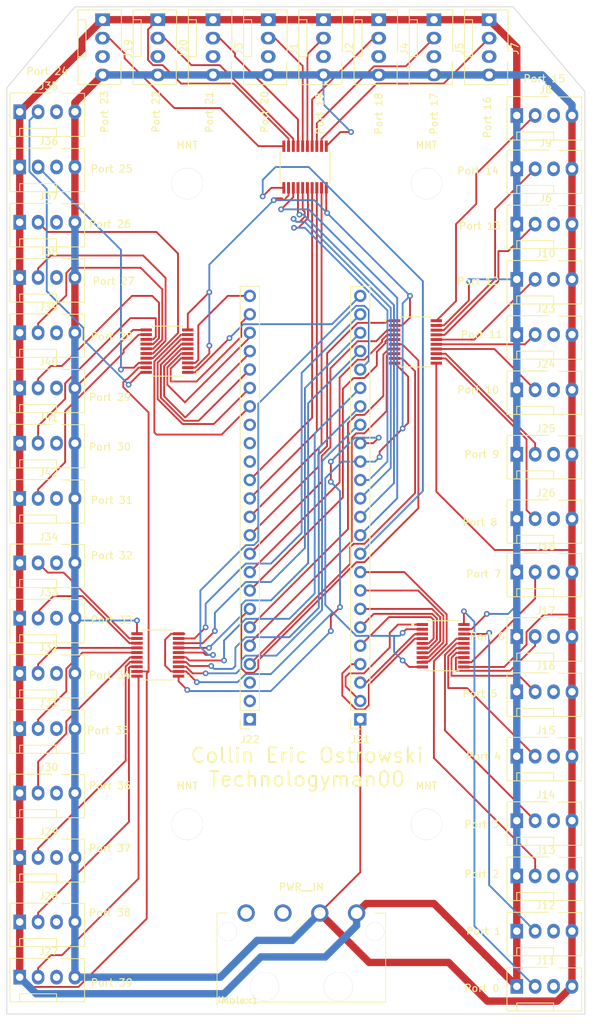
<source format=kicad_pcb>
(kicad_pcb (version 20210424) (generator pcbnew)
  (layers (0 "F.Cu" signal) (31 "B.Cu" signal) (34 "B.Paste" user) (35 "F.Paste" user) (36 "B.SilkS" user "B.Silkscreen") (37 "F.SilkS" user "F.Silkscreen") (38 "B.Mask" user) (39 "F.Mask" user) (44 "Edge.Cuts" user))
  (net 0 "")
  (net 1 "Net-(J1-Pad4)")
  (net 2 "Net-(J1-Pad3)")
  (net 3 "Net-(J1-Pad2)")
  (net 4 "Net-(J1-Pad1)")
  (net 5 "Net-(J2-Pad3)")
  (net 6 "Net-(J2-Pad2)")
  (net 7 "Net-(J3-Pad3)")
  (net 8 "Net-(J3-Pad2)")
  (net 9 "Net-(J4-Pad3)")
  (net 10 "Net-(J4-Pad2)")
  (net 11 "Net-(J5-Pad3)")
  (net 12 "Net-(J5-Pad2)")
  (net 13 "Net-(J6-Pad3)")
  (net 14 "Net-(J6-Pad2)")
  (net 15 "Net-(J7-Pad3)")
  (net 16 "Net-(J7-Pad2)")
  (net 17 "Net-(J8-Pad3)")
  (net 18 "Net-(J8-Pad2)")
  (net 19 "Net-(J9-Pad3)")
  (net 20 "Net-(J9-Pad2)")
  (net 21 "Net-(J10-Pad3)")
  (net 22 "Net-(J10-Pad2)")
  (net 23 "Net-(J11-Pad3)")
  (net 24 "Net-(J11-Pad2)")
  (net 25 "Net-(J12-Pad3)")
  (net 26 "Net-(J12-Pad2)")
  (net 27 "Net-(J13-Pad3)")
  (net 28 "Net-(J13-Pad2)")
  (net 29 "Net-(J14-Pad3)")
  (net 30 "Net-(J14-Pad2)")
  (net 31 "Net-(J15-Pad3)")
  (net 32 "Net-(J15-Pad2)")
  (net 33 "Net-(J16-Pad3)")
  (net 34 "Net-(J16-Pad2)")
  (net 35 "Net-(J17-Pad3)")
  (net 36 "Net-(J17-Pad2)")
  (net 37 "Net-(J18-Pad3)")
  (net 38 "Net-(J18-Pad2)")
  (net 39 "Net-(J19-Pad3)")
  (net 40 "Net-(J19-Pad2)")
  (net 41 "Net-(J20-Pad3)")
  (net 42 "Net-(J20-Pad2)")
  (net 43 "Net-(J21-Pad24)")
  (net 44 "Net-(J21-Pad23)")
  (net 45 "Net-(J21-Pad22)")
  (net 46 "Net-(J21-Pad21)")
  (net 47 "Net-(J21-Pad20)")
  (net 48 "Net-(J21-Pad19)")
  (net 49 "Net-(J21-Pad18)")
  (net 50 "Net-(J21-Pad17)")
  (net 51 "Net-(J21-Pad16)")
  (net 52 "Net-(J21-Pad15)")
  (net 53 "Net-(J21-Pad14)")
  (net 54 "Net-(J21-Pad13)")
  (net 55 "Net-(J21-Pad12)")
  (net 56 "Net-(J21-Pad11)")
  (net 57 "Net-(J21-Pad10)")
  (net 58 "Net-(J21-Pad9)")
  (net 59 "Net-(J21-Pad8)")
  (net 60 "Net-(J21-Pad7)")
  (net 61 "Net-(J21-Pad6)")
  (net 62 "Net-(J21-Pad5)")
  (net 63 "Net-(J21-Pad4)")
  (net 64 "Net-(J21-Pad3)")
  (net 65 "Net-(J21-Pad2)")
  (net 66 "Net-(J22-Pad24)")
  (net 67 "Net-(J22-Pad23)")
  (net 68 "Net-(J22-Pad22)")
  (net 69 "Net-(J22-Pad21)")
  (net 70 "Net-(J22-Pad20)")
  (net 71 "Net-(J22-Pad19)")
  (net 72 "Net-(J22-Pad18)")
  (net 73 "Net-(J22-Pad17)")
  (net 74 "Net-(J22-Pad16)")
  (net 75 "Net-(J22-Pad15)")
  (net 76 "Net-(J22-Pad14)")
  (net 77 "Net-(J22-Pad13)")
  (net 78 "Net-(J22-Pad12)")
  (net 79 "Net-(J22-Pad11)")
  (net 80 "Net-(J22-Pad10)")
  (net 81 "Net-(J22-Pad9)")
  (net 82 "Net-(J22-Pad8)")
  (net 83 "Net-(J22-Pad7)")
  (net 84 "Net-(J22-Pad6)")
  (net 85 "Net-(J22-Pad5)")
  (net 86 "Net-(J22-Pad4)")
  (net 87 "Net-(J22-Pad3)")
  (net 88 "Net-(J22-Pad2)")
  (net 89 "Net-(J22-Pad1)")
  (net 90 "Net-(J23-Pad3)")
  (net 91 "Net-(J23-Pad2)")
  (net 92 "Net-(J24-Pad3)")
  (net 93 "Net-(J24-Pad2)")
  (net 94 "Net-(J25-Pad3)")
  (net 95 "Net-(J25-Pad2)")
  (net 96 "Net-(J26-Pad3)")
  (net 97 "Net-(J26-Pad2)")
  (net 98 "Net-(J27-Pad3)")
  (net 99 "Net-(J27-Pad2)")
  (net 100 "Net-(J28-Pad3)")
  (net 101 "Net-(J28-Pad2)")
  (net 102 "Net-(J29-Pad3)")
  (net 103 "Net-(J29-Pad2)")
  (net 104 "Net-(J30-Pad3)")
  (net 105 "Net-(J30-Pad2)")
  (net 106 "Net-(J31-Pad3)")
  (net 107 "Net-(J31-Pad2)")
  (net 108 "Net-(J32-Pad3)")
  (net 109 "Net-(J32-Pad2)")
  (net 110 "Net-(J33-Pad3)")
  (net 111 "Net-(J33-Pad2)")
  (net 112 "Net-(J34-Pad3)")
  (net 113 "Net-(J34-Pad2)")
  (net 114 "Net-(J35-Pad3)")
  (net 115 "Net-(J35-Pad2)")
  (net 116 "Net-(J36-Pad3)")
  (net 117 "Net-(J36-Pad2)")
  (net 118 "Net-(J37-Pad3)")
  (net 119 "Net-(J37-Pad2)")
  (net 120 "Net-(J38-Pad3)")
  (net 121 "Net-(J38-Pad2)")
  (net 122 "Net-(J39-Pad3)")
  (net 123 "Net-(J39-Pad2)")
  (net 124 "Net-(J40-Pad3)")
  (net 125 "Net-(J40-Pad2)")
  (net 126 "Net-(J41-Pad3)")
  (net 127 "Net-(J41-Pad2)")
  (net 128 "Net-(J42-Pad3)")
  (net 129 "Net-(J42-Pad2)")
  (net 130 "Net-(JMolex1-Pad2)")
  (net 131 "Net-(JMolex1-Pad1)")
  (footprint "Connector:FanPinHeader_1x04_P2.54mm_Vertical" (layer "F.Cu") (at 121.92 46.99 -90)
    (fp_text reference "J1")
    (fp_text value "Conn_01x04_Male")
  )
  (footprint "Connector:FanPinHeader_1x04_P2.54mm_Vertical" (layer "F.Cu") (at 129.54 46.99 -90)
    (fp_text reference "J2")
    (fp_text value "Conn_01x04_Male")
  )
  (footprint "Connector:FanPinHeader_1x04_P2.54mm_Vertical" (layer "F.Cu") (at 114.3 46.99 -90)
    (fp_text reference "J3")
    (fp_text value "Conn_01x04_Male")
  )
  (footprint "Connector:FanPinHeader_1x04_P2.54mm_Vertical" (layer "F.Cu") (at 137.16 46.99 -90)
    (fp_text reference "J4")
    (fp_text value "Conn_01x04_Male")
  )
  (footprint "Connector:FanPinHeader_1x04_P2.54mm_Vertical" (layer "F.Cu") (at 144.78 46.99 -90)
    (fp_text reference "J5")
    (fp_text value "Conn_01x04_Male")
  )
  (footprint "Connector:FanPinHeader_1x04_P2.54mm_Vertical" (layer "F.Cu") (at 156.21 75.184)
    (fp_text reference "J6")
    (fp_text value "Conn_01x04_Male")
  )
  (footprint "Connector:FanPinHeader_1x04_P2.54mm_Vertical" (layer "F.Cu") (at 152.4 46.99 -90)
    (fp_text reference "J7")
    (fp_text value "Conn_01x04_Male")
  )
  (footprint "Connector:FanPinHeader_1x04_P2.54mm_Vertical" (layer "F.Cu") (at 156.21 60.198)
    (fp_text reference "J8")
    (fp_text value "Conn_01x04_Male")
  )
  (footprint "Connector:FanPinHeader_1x04_P2.54mm_Vertical" (layer "F.Cu") (at 156.21 67.564)
    (fp_text reference "J9")
    (fp_text value "Conn_01x04_Male")
  )
  (footprint "Connector:FanPinHeader_1x04_P2.54mm_Vertical" (layer "F.Cu") (at 156.21 82.804)
    (fp_text reference "J10")
    (fp_text value "Conn_01x04_Male")
  )
  (footprint "Connector:FanPinHeader_1x04_P2.54mm_Vertical" (layer "F.Cu") (at 156.21 180.34)
    (fp_text reference "J11")
    (fp_text value "Conn_01x04_Male")
  )
  (footprint "Connector:FanPinHeader_1x04_P2.54mm_Vertical" (layer "F.Cu") (at 156.21 172.72)
    (fp_text reference "J12")
    (fp_text value "Conn_01x04_Male")
  )
  (footprint "Connector:FanPinHeader_1x04_P2.54mm_Vertical" (layer "F.Cu") (at 156.21 165.1)
    (fp_text reference "J13")
    (fp_text value "Conn_01x04_Male")
  )
  (footprint "Connector:FanPinHeader_1x04_P2.54mm_Vertical" (layer "F.Cu") (at 156.21 157.48)
    (fp_text reference "J14")
    (fp_text value "Conn_01x04_Male")
  )
  (footprint "Connector:FanPinHeader_1x04_P2.54mm_Vertical" (layer "F.Cu") (at 156.21 148.59)
    (fp_text reference "J15")
    (fp_text value "Conn_01x04_Male")
  )
  (footprint "Connector:FanPinHeader_1x04_P2.54mm_Vertical" (layer "F.Cu") (at 156.21 139.7)
    (fp_text reference "J16")
    (fp_text value "Conn_01x04_Male")
  )
  (footprint "Connector:FanPinHeader_1x04_P2.54mm_Vertical" (layer "F.Cu") (at 156.21 132.08)
    (fp_text reference "J17")
    (fp_text value "Conn_01x04_Male")
  )
  (footprint "Connector:FanPinHeader_1x04_P2.54mm_Vertical" (layer "F.Cu") (at 156.21 123.19)
    (fp_text reference "J18")
    (fp_text value "Conn_01x04_Male")
  )
  (footprint "Connector:FanPinHeader_1x04_P2.54mm_Vertical" (layer "F.Cu") (at 99.06 46.99 -90)
    (fp_text reference "J19")
    (fp_text value "Conn_01x04_Male")
  )
  (footprint "Connector:FanPinHeader_1x04_P2.54mm_Vertical" (layer "F.Cu") (at 106.68 46.99 -90)
    (fp_text reference "J20")
    (fp_text value "Conn_01x04_Male")
  )
  (footprint "Connector_PinSocket_2.54mm:PinSocket_1x24_P2.54mm_Vertical" (layer "F.Cu") (at 134.62 143.51 180)
    (fp_text reference "J21")
    (fp_text value "Conn_01x24_Female")
  )
  (footprint "Connector:FanPinHeader_1x04_P2.54mm_Vertical" (layer "F.Cu") (at 156.21 90.424)
    (fp_text reference "J23")
    (fp_text value "Conn_01x04_Male")
  )
  (footprint "Connector:FanPinHeader_1x04_P2.54mm_Vertical" (layer "F.Cu") (at 156.21 98.044)
    (fp_text reference "J24")
    (fp_text value "Conn_01x04_Male")
  )
  (footprint "Connector:FanPinHeader_1x04_P2.54mm_Vertical" (layer "F.Cu") (at 156.21 106.934)
    (fp_text reference "J25")
    (fp_text value "Conn_01x04_Male")
  )
  (footprint "Connector:FanPinHeader_1x04_P2.54mm_Vertical" (layer "F.Cu") (at 156.21 115.824)
    (fp_text reference "J26")
    (fp_text value "Conn_01x04_Male")
  )
  (footprint "Connector:FanPinHeader_1x04_P2.54mm_Vertical" (layer "F.Cu") (at 87.63 179.07)
    (fp_text reference "J27")
    (fp_text value "Conn_01x04_Male")
  )
  (footprint "Connector:FanPinHeader_1x04_P2.54mm_Vertical" (layer "F.Cu") (at 87.63 171.45)
    (fp_text reference "J28")
    (fp_text value "Conn_01x04_Male")
  )
  (footprint "Connector:FanPinHeader_1x04_P2.54mm_Vertical" (layer "F.Cu") (at 87.63 162.56)
    (fp_text reference "J29")
    (fp_text value "Conn_01x04_Male")
  )
  (footprint "Connector:FanPinHeader_1x04_P2.54mm_Vertical" (layer "F.Cu") (at 87.63 153.67)
    (fp_text reference "J30")
    (fp_text value "Conn_01x04_Male")
  )
  (footprint "Connector:FanPinHeader_1x04_P2.54mm_Vertical" (layer "F.Cu") (at 87.63 144.78)
    (fp_text reference "J31")
    (fp_text value "Conn_01x04_Male")
  )
  (footprint "Connector:FanPinHeader_1x04_P2.54mm_Vertical" (layer "F.Cu") (at 87.63 137.16)
    (fp_text reference "J32")
    (fp_text value "Conn_01x04_Male")
  )
  (footprint "Connector:FanPinHeader_1x04_P2.54mm_Vertical" (layer "F.Cu") (at 87.63 129.54)
    (fp_text reference "J33")
    (fp_text value "Conn_01x04_Male")
  )
  (footprint "Connector:FanPinHeader_1x04_P2.54mm_Vertical" (layer "F.Cu") (at 87.63 121.92)
    (fp_text reference "J34")
    (fp_text value "Conn_01x04_Male")
  )
  (footprint "Connector:FanPinHeader_1x04_P2.54mm_Vertical" (layer "F.Cu") (at 87.63 59.69)
    (fp_text reference "J35")
    (fp_text value "Conn_01x04_Male")
  )
  (footprint "Connector:FanPinHeader_1x04_P2.54mm_Vertical" (layer "F.Cu") (at 87.63 67.31)
    (fp_text reference "J36")
    (fp_text value "Conn_01x04_Male")
  )
  (footprint "Connector:FanPinHeader_1x04_P2.54mm_Vertical" (layer "F.Cu") (at 87.63 74.93)
    (fp_text reference "J37")
    (fp_text value "Conn_01x04_Male")
  )
  (footprint "Connector:FanPinHeader_1x04_P2.54mm_Vertical" (layer "F.Cu") (at 87.63 82.55)
    (fp_text reference "J38")
    (fp_text value "Conn_01x04_Male")
  )
  (footprint "Connector:FanPinHeader_1x04_P2.54mm_Vertical" (layer "F.Cu") (at 87.63 90.17)
    (fp_text reference "J39")
    (fp_text value "Conn_01x04_Male")
  )
  (footprint "Connector:FanPinHeader_1x04_P2.54mm_Vertical" (layer "F.Cu") (at 87.63 97.79)
    (fp_text reference "J40")
    (fp_text value "Conn_01x04_Male")
  )
  (footprint "Connector:FanPinHeader_1x04_P2.54mm_Vertical" (layer "F.Cu") (at 87.63 105.41)
    (fp_text reference "J41")
    (fp_text value "Conn_01x04_Male")
  )
  (footprint "Connector:FanPinHeader_1x04_P2.54mm_Vertical" (layer "F.Cu") (at 87.63 113.03)
    (fp_text reference "J42")
    (fp_text value "Conn_01x04_Male")
  )
  (footprint "Molex:7708461" (layer "F.Cu") (at 126.492 175.768 180)
    (fp_text reference "JMolex1")
    (fp_text value "Conn_01x04_Male")
  )
  (footprint "TXS0108EPWR:SOP65P640X120-20N" (layer "F.Cu") (at 146.05 133.35)
    (fp_text reference "U1")
    (fp_text value "TXS0108EPWR")
  )
  (footprint "TXS0108EPWR:SOP65P640X120-20N" (layer "F.Cu") (at 127 67.31 90)
    (fp_text reference "U2")
    (fp_text value "TXS0108EPWR")
  )
  (footprint "TXS0108EPWR:SOP65P640X120-20N" (layer "F.Cu") (at 142.24 91.44)
    (fp_text reference "U3")
    (fp_text value "TXS0108EPWR")
  )
  (footprint "TXS0108EPWR:SOP65P640X120-20N" (layer "F.Cu") (at 106.68 134.62 180)
    (fp_text reference "U4")
    (fp_text value "TXS0108EPWR")
  )
  (footprint "TXS0108EPWR:SOP65P640X120-20N" (layer "F.Cu") (at 107.95 92.71 180)
    (fp_text reference "U5")
    (fp_text value "TXS0108EPWR")
  )
  (footprint "Connector_PinSocket_2.54mm:PinSocket_1x24_P2.54mm_Vertical" (layer "F.Cu") (at 119.38 143.51 180)
    (fp_text reference "J22")
    (fp_text value "Conn_01x24_Female")
  )
  (footprint "MountingHole:MountingHole_4.3mm_M4" (layer "F.Cu") (at 110.744 69.596)
    (fp_text reference "MNT")
    (fp_text value "MountingHole_4.3mm_M4")
  )
  (footprint "MountingHole:MountingHole_4.3mm_M4" (layer "F.Cu") (at 143.764 69.596)
    (fp_text reference "MNT")
    (fp_text value "MountingHole_4.3mm_M4")
  )
  (footprint "MountingHole:MountingHole_4.3mm_M4" (layer "F.Cu") (at 110.744 157.988)
    (fp_text reference "MNT")
    (fp_text value "MountingHole_4.3mm_M4")
  )
  (footprint "MountingHole:MountingHole_4.3mm_M4" (layer "F.Cu") (at 143.764 157.988)
    (fp_text reference "MNT")
    (fp_text value "MountingHole_4.3mm_M4")
  )
  (gr_line (start 85.852 184.15) (end 85.852 56.388) (layer "Edge.Cuts") (width 0.1))
  (gr_line (start 165.608 184.15) (end 85.852 184.15) (layer "Edge.Cuts") (width 0.1))
  (gr_line (start 165.608 56.896) (end 165.608 184.15) (layer "Edge.Cuts") (width 0.1))
  (gr_line (start 95.25 45.212) (end 155.702 45.212) (layer "Edge.Cuts") (width 0.1))
  (gr_line (start 85.852 56.388) (end 95.25 45.212) (layer "Edge.Cuts") (width 0.1))
  (gr_line (start 155.702 45.212) (end 165.608 56.896) (layer "Edge.Cuts") (width 0.1))
  (gr_text "Port 3" (at 151.384 157.988) (layer "F.SilkS") (effects (font (size 1 1))))
  (gr_text "Port 22" (at 106.426 59.69 90) (layer "F.SilkS") (effects (font (size 1 1))))
  (gr_text "Port 33" (at 100.33 129.794) (layer "F.SilkS") (effects (font (size 1 1))))
  (gr_text "Port 14" (at 150.876 67.818) (layer "F.SilkS") (effects (font (size 1 1))))
  (gr_text "Port 18" (at 137.16 59.944 90) (layer "F.SilkS") (effects (font (size 1 1))))
  (gr_text "Port 31" (at 100.33 113.284) (layer "F.SilkS") (effects (font (size 1 1))))
  (gr_text "Port 2" (at 151.384 164.846) (layer "F.SilkS") (effects (font (size 1 1))))
  (gr_text "Port 16\n" (at 152.146 60.452 90) (layer "F.SilkS") (effects (font (size 1 1))))
  (gr_text "Port 24" (at 91.44 54.102) (layer "F.SilkS") (effects (font (size 1 1))))
  (gr_text "Port 28" (at 100.33 90.678) (layer "F.SilkS") (effects (font (size 1 1))))
  (gr_text "Port 1" (at 151.638 172.72) (layer "F.SilkS") (effects (font (size 1 1))))
  (gr_text "Port 11" (at 151.384 90.424) (layer "F.SilkS") (effects (font (size 1 1))))
  (gr_text "Port 17" (at 144.78 59.944 90) (layer "F.SilkS") (effects (font (size 1 1))))
  (gr_text "Port 26" (at 100.076 75.184) (layer "F.SilkS") (effects (font (size 1 1))))
  (gr_text "Port 4" (at 151.638 148.59) (layer "F.SilkS") (effects (font (size 1 1))))
  (gr_text "Port 10" (at 150.876 98.044) (layer "F.SilkS") (effects (font (size 1 1))))
  (gr_text "Port 7" (at 151.638 123.444) (layer "F.SilkS") (effects (font (size 1 1))))
  (gr_text "Port 20" (at 121.412 59.69 90) (layer "F.SilkS") (effects (font (size 1 1))))
  (gr_text "Port 27" (at 100.584 83.058) (layer "F.SilkS") (effects (font (size 1 1))))
  (gr_text "Collin Eric Ostrowski\nTechnologyman00" (at 127.254 150.114) (layer "F.SilkS") (effects (font (size 2.032 2.032) (thickness 0.254))))
  (gr_text "Port 35" (at 99.822 145.034) (layer "F.SilkS") (effects (font (size 1 1))))
  (gr_text "Port 8" (at 151.13 116.332) (layer "F.SilkS") (effects (font (size 1 1))))
  (gr_text "Port 36" (at 100.076 152.654) (layer "F.SilkS") (effects (font (size 1 1))))
  (gr_text "Port 19" (at 129.032 59.944 90) (layer "F.SilkS") (effects (font (size 1 1))))
  (gr_text "Port 32" (at 100.33 120.904) (layer "F.SilkS") (effects (font (size 1 1))))
  (gr_text "Port 30" (at 100.076 105.918) (layer "F.SilkS") (effects (font (size 1 1))))
  (gr_text "Port 21" (at 113.792 59.69 90) (layer "F.SilkS") (effects (font (size 1 1))))
  (gr_text "Port 9" (at 151.384 106.934) (layer "F.SilkS") (effects (font (size 1 1))))
  (gr_text "Port 34" (at 100.076 137.414) (layer "F.SilkS") (effects (font (size 1 1))))
  (gr_text "Port 37" (at 100.076 161.29) (layer "F.SilkS") (effects (font (size 1 1))))
  (gr_text "Port 15" (at 160.02 55.118) (layer "F.SilkS") (effects (font (size 1 1))))
  (gr_text "Port 6" (at 152.146 132.08) (layer "F.SilkS") (effects (font (size 1 1))))
  (gr_text "Port 25" (at 100.33 67.564) (layer "F.SilkS") (effects (font (size 1 1))))
  (gr_text "Port 13" (at 151.13 75.438) (layer "F.SilkS") (effects (font (size 1 1))))
  (gr_text "Port 0" (at 151.384 180.594) (layer "F.SilkS") (effects (font (size 1 1))))
  (gr_text "Port 5" (at 151.13 139.954) (layer "F.SilkS") (effects (font (size 1 1))))
  (gr_text "Port 29" (at 100.076 99.06) (layer "F.SilkS") (effects (font (size 1 1))))
  (gr_text "Port 38" (at 100.076 170.18) (layer "F.SilkS") (effects (font (size 1 1))))
  (gr_text "PWR__IN" (at 126.492 166.624) (layer "F.SilkS") (effects (font (size 1 1))))
  (gr_text "Port 12" (at 150.876 83.058) (layer "F.SilkS") (effects (font (size 1 1))))
  (gr_text "Port 39" (at 100.33 179.832) (layer "F.SilkS") (effects (font (size 1 1))))
  (gr_text "Port 23" (at 99.314 59.69 90) (layer "F.SilkS") (effects (font (size 1 1))))
  (segment (start 103.81 129.87) (end 103.81 129.87) (width 0.25) (layer "F.Cu") (net 1))
  (segment (start 163.83 123.19) (end 163.83 120.142) (width 1.016) (layer "F.Cu") (net 1))
  (segment (start 105.08 89.785) (end 103.255 89.785) (width 0.25) (layer "F.Cu") (net 1))
  (segment (start 163.83 67.564) (end 163.83 60.198) (width 1.016) (layer "F.Cu") (net 1))
  (segment (start 163.83 115.824) (end 163.83 106.934) (width 1.016) (layer "F.Cu") (net 1))
  (segment (start 95.25 59.69) (end 95.25 58.42) (width 1.016) (layer "F.Cu") (net 1))
  (segment (start 163.83 120.142) (end 163.83 115.824) (width 1.016) (layer "F.Cu") (net 1))
  (segment (start 163.83 129.286) (end 163.83 123.19) (width 1.016) (layer "F.Cu") (net 1))
  (segment (start 163.83 157.48) (end 163.83 148.59) (width 1.016) (layer "F.Cu") (net 1))
  (segment (start 157.55999 131.437082) (end 159.952073 129.044999) (width 0.25) (layer "F.Cu") (net 1))
  (segment (start 163.83 172.72) (end 163.83 180.34) (width 1.016) (layer "F.Cu") (net 1))
  (segment (start 103.255 89.785) (end 95.25 97.79) (width 0.25) (layer "F.Cu") (net 1))
  (segment (start 159.952073 129.044999) (end 163.588999 129.044999) (width 0.25) (layer "F.Cu") (net 1))
  (segment (start 135.847 177.038) (end 129.032 170.223) (width 1.016) (layer "F.Cu") (net 1))
  (segment (start 163.83 148.59) (end 163.83 139.7) (width 1.016) (layer "F.Cu") (net 1))
  (segment (start 163.83 139.7) (end 163.83 132.08) (width 1.016) (layer "F.Cu") (net 1))
  (segment (start 163.83 82.804) (end 163.83 75.184) (width 1.016) (layer "F.Cu") (net 1))
  (segment (start 148.92 136.275) (end 154.480002 136.275) (width 0.25) (layer "F.Cu") (net 1))
  (segment (start 134.62 143.51) (end 134.62 164.592) (width 0.25) (layer "F.Cu") (net 1))
  (segment (start 163.83 90.424) (end 163.83 82.804) (width 1.016) (layer "F.Cu") (net 1))
  (segment (start 163.83 180.34) (end 161.798 182.372) (width 1.016) (layer "F.Cu") (net 1))
  (segment (start 153.162 120.142) (end 163.83 120.142) (width 0.25) (layer "F.Cu") (net 1))
  (segment (start 103.81 131.695) (end 103.81 129.87) (width 0.25) (layer "F.Cu") (net 1))
  (segment (start 163.83 165.1) (end 163.83 157.48) (width 1.016) (layer "F.Cu") (net 1))
  (segment (start 133.35 62.484) (end 131.881 62.484) (width 0.25) (layer "F.Cu") (net 1))
  (segment (start 145.11 112.09) (end 153.162 120.142) (width 0.25) (layer "F.Cu") (net 1))
  (segment (start 95.25 90.17) (end 95.25 82.55) (width 1.016) (layer "F.Cu") (net 1))
  (segment (start 163.83 106.934) (end 163.83 98.044) (width 1.016) (layer "F.Cu") (net 1))
  (segment (start 163.83 132.08) (end 163.83 129.286) (width 1.016) (layer "F.Cu") (net 1))
  (segment (start 95.25 58.42) (end 99.06 54.61) (width 1.016) (layer "F.Cu") (net 1))
  (segment (start 163.83 98.044) (end 163.83 90.424) (width 1.016) (layer "F.Cu") (net 1))
  (segment (start 157.55999 133.195012) (end 157.55999 131.437082) (width 0.25) (layer "F.Cu") (net 1))
  (segment (start 95.25 67.31) (end 95.25 59.69) (width 1.016) (layer "F.Cu") (net 1))
  (segment (start 154.480002 136.275) (end 157.55999 133.195012) (width 0.25) (layer "F.Cu") (net 1))
  (segment (start 163.83 172.72) (end 163.83 165.1) (width 1.016) (layer "F.Cu") (net 1))
  (segment (start 152.146 182.372) (end 146.812 177.038) (width 1.016) (layer "F.Cu") (net 1))
  (segment (start 163.83 75.184) (end 163.83 67.564) (width 1.016) (layer "F.Cu") (net 1))
  (segment (start 161.798 182.372) (end 152.146 182.372) (width 1.016) (layer "F.Cu") (net 1))
  (segment (start 129.032 170.18) (end 129.032 170.223) (width 0.25) (layer "F.Cu") (net 1))
  (segment (start 95.25 74.93) (end 95.25 67.31) (width 1.016) (layer "F.Cu") (net 1))
  (segment (start 131.881 62.484) (end 129.925 64.44) (width 0.25) (layer "F.Cu") (net 1))
  (segment (start 146.812 177.038) (end 135.847 177.038) (width 1.016) (layer "F.Cu") (net 1))
  (segment (start 134.62 164.592) (end 129.032 170.18) (width 0.25) (layer "F.Cu") (net 1))
  (segment (start 145.11 94.365) (end 145.11 112.09) (width 0.25) (layer "F.Cu") (net 1))
  (segment (start 163.588999 129.044999) (end 163.83 129.286) (width 0.25) (layer "F.Cu") (net 1))
  (via (at 133.35 62.484) (size 0.8) (drill 0.4) (layers "F.Cu" "B.Cu") (net 1))
  (via (at 103.81 129.87) (size 0.8) (drill 0.4) (layers "F.Cu" "B.Cu") (net 1))
  (segment (start 133.35 62.484) (end 133.35 62.484) (width 0.25) (layer "B.Cu") (net 1))
  (segment (start 115.316 179.07) (end 120.396 173.99) (width 1.016) (layer "B.Cu") (net 1))
  (segment (start 99.06 54.61) (end 106.68 54.61) (width 1.016) (layer "B.Cu") (net 1))
  (segment (start 103.81 129.87) (end 95.58 129.87) (width 0.25) (layer "B.Cu") (net 1))
  (segment (start 95.25 162.56) (end 95.25 153.67) (width 1.016) (layer "B.Cu") (net 1))
  (segment (start 120.396 173.99) (end 125.265 173.99) (width 1.016) (layer "B.Cu") (net 1))
  (segment (start 129.54 58.674) (end 133.35 62.484) (width 0.25) (layer "B.Cu") (net 1))
  (segment (start 95.25 129.54) (end 95.25 121.92) (width 1.016) (layer "B.Cu") (net 1))
  (segment (start 95.25 97.79) (end 95.25 90.17) (width 1.016) (layer "B.Cu") (net 1))
  (segment (start 129.54 54.61) (end 137.16 54.61) (width 1.016) (layer "B.Cu") (net 1))
  (segment (start 95.25 179.07) (end 95.25 171.45) (width 1.016) (layer "B.Cu") (net 1))
  (segment (start 125.265 173.99) (end 129.032 170.223) (width 1.016) (layer "B.Cu") (net 1))
  (segment (start 159.723842 54.61) (end 163.83 58.716158) (width 1.016) (layer "B.Cu") (net 1))
  (segment (start 95.25 179.07) (end 115.316 179.07) (width 1.016) (layer "B.Cu") (net 1))
  (segment (start 106.68 54.61) (end 114.3 54.61) (width 1.016) (layer "B.Cu") (net 1))
  (segment (start 95.25 171.45) (end 95.25 162.56) (width 1.016) (layer "B.Cu") (net 1))
  (segment (start 95.25 105.41) (end 95.25 97.79) (width 1.016) (layer "B.Cu") (net 1))
  (segment (start 121.92 54.61) (end 129.54 54.61) (width 1.016) (layer "B.Cu") (net 1))
  (segment (start 95.25 137.16) (end 95.25 129.54) (width 1.016) (layer "B.Cu") (net 1))
  (segment (start 95.25 144.78) (end 95.25 137.16) (width 1.016) (layer "B.Cu") (net 1))
  (segment (start 114.3 54.61) (end 121.92 54.61) (width 1.016) (layer "B.Cu") (net 1))
  (segment (start 163.83 58.716158) (end 163.83 60.198) (width 1.016) (layer "B.Cu") (net 1))
  (segment (start 95.58 129.87) (end 95.25 129.54) (width 0.25) (layer "B.Cu") (net 1))
  (segment (start 95.25 113.03) (end 95.25 105.41) (width 1.016) (layer "B.Cu") (net 1))
  (segment (start 129.54 54.61) (end 129.54 58.674) (width 0.25) (layer "B.Cu") (net 1))
  (segment (start 95.25 153.67) (end 95.25 144.78) (width 1.016) (layer "B.Cu") (net 1))
  (segment (start 152.4 54.61) (end 159.723842 54.61) (width 1.016) (layer "B.Cu") (net 1))
  (segment (start 95.25 82.55) (end 95.25 74.93) (width 1.016) (layer "B.Cu") (net 1))
  (segment (start 137.16 54.61) (end 144.78 54.61) (width 1.016) (layer "B.Cu") (net 1))
  (segment (start 144.78 54.61) (end 152.4 54.61) (width 1.016) (layer "B.Cu") (net 1))
  (segment (start 95.25 121.92) (end 95.25 113.03) (width 1.016) (layer "B.Cu") (net 1))
  (segment (start 126.675 53.369998) (end 122.835002 49.53) (width 0.25) (layer "F.Cu") (net 3))
  (segment (start 122.835002 49.53) (end 121.92 49.53) (width 0.25) (layer "F.Cu") (net 3))
  (segment (start 126.675 64.44) (end 126.675 53.369998) (width 0.25) (layer "F.Cu") (net 3))
  (segment (start 149.606 83.058) (end 149.606 83.058) (width 0.25) (layer "F.Cu") (net 4))
  (segment (start 152.072 128.958) (end 152.146 128.884) (width 0.25) (layer "F.Cu") (net 4))
  (segment (start 105.156 137.16) (end 105.41 136.906) (width 0.25) (layer "F.Cu") (net 4))
  (segment (start 144.78 168.91) (end 156.21 180.34) (width 1.016) (layer "F.Cu") (net 4))
  (segment (start 107.36201 53.26001) (end 106.037082 53.26001) (width 0.25) (layer "F.Cu") (net 4))
  (segment (start 156.21 180.34) (end 156.21 172.72) (width 1.016) (layer "F.Cu") (net 4))
  (segment (start 148.92 131.075) (end 149.955 131.075) (width 0.25) (layer "F.Cu") (net 4))
  (segment (start 104.045 94.985) (end 105.08 94.985) (width 0.25) (layer "F.Cu") (net 4))
  (segment (start 87.63 153.67) (end 87.63 162.56) (width 1.016) (layer "F.Cu") (net 4))
  (segment (start 135.425 168.91) (end 134.112 170.223) (width 1.016) (layer "F.Cu") (net 4))
  (segment (start 105.41 136.906) (end 105.41 101.166613) (width 0.25) (layer "F.Cu") (net 4))
  (segment (start 124.725 63.405) (end 117.12001 55.80001) (width 0.25) (layer "F.Cu") (net 4))
  (segment (start 87.63 121.92) (end 87.63 129.54) (width 1.016) (layer "F.Cu") (net 4))
  (segment (start 124.725 64.44) (end 124.725 63.405) (width 0.25) (layer "F.Cu") (net 4))
  (segment (start 87.63 105.41) (end 87.63 113.03) (width 1.016) (layer "F.Cu") (net 4))
  (segment (start 121.92 46.99) (end 114.3 46.99) (width 1.016) (layer "F.Cu") (net 4))
  (segment (start 103.81 136.895) (end 105.399 136.895) (width 0.25) (layer "F.Cu") (net 4))
  (segment (start 105.33999 52.562918) (end 105.33999 48.33001) (width 0.25) (layer "F.Cu") (net 4))
  (segment (start 87.63 129.54) (end 87.63 137.16) (width 1.016) (layer "F.Cu") (net 4))
  (segment (start 99.06 46.99) (end 96.266 49.784) (width 1.016) (layer "F.Cu") (net 4))
  (segment (start 117.12001 55.80001) (end 109.90201 55.80001) (width 0.25) (layer "F.Cu") (net 4))
  (segment (start 87.63 137.16) (end 87.63 144.78) (width 1.016) (layer "F.Cu") (net 4))
  (segment (start 156.21 172.72) (end 156.21 165.1) (width 1.016) (layer "F.Cu") (net 4))
  (segment (start 96.266 51.054) (end 94.996 52.324) (width 1.016) (layer "F.Cu") (net 4))
  (segment (start 87.63 171.45) (end 87.63 179.07) (width 1.016) (layer "F.Cu") (net 4))
  (segment (start 102.304998 96.611609) (end 102.418391 96.611609) (width 0.25) (layer "F.Cu") (net 4))
  (segment (start 87.63 113.03) (end 87.63 121.92) (width 1.016) (layer "F.Cu") (net 4))
  (segment (start 87.63 74.93) (end 87.63 82.55) (width 1.016) (layer "F.Cu") (net 4))
  (segment (start 105.41 101.166613) (end 101.927998 97.684611) (width 0.25) (layer "F.Cu") (net 4))
  (segment (start 109.90201 55.80001) (end 107.36201 53.26001) (width 0.25) (layer "F.Cu") (net 4))
  (segment (start 87.63 90.17) (end 87.63 97.79) (width 1.016) (layer "F.Cu") (net 4))
  (segment (start 87.63 82.55) (end 87.63 90.17) (width 1.016) (layer "F.Cu") (net 4))
  (segment (start 149.606 85.704) (end 149.606 83.058) (width 0.25) (layer "F.Cu") (net 4))
  (segment (start 114.3 46.99) (end 106.68 46.99) (width 1.016) (layer "F.Cu") (net 4))
  (segment (start 106.037082 53.26001) (end 105.33999 52.562918) (width 0.25) (layer "F.Cu") (net 4))
  (segment (start 87.63 144.78) (end 87.63 153.67) (width 1.016) (layer "F.Cu") (net 4))
  (segment (start 101.927998 97.684611) (end 101.927998 96.988609) (width 0.25) (layer "F.Cu") (net 4))
  (segment (start 152.4 46.99) (end 144.78 46.99) (width 1.016) (layer "F.Cu") (net 4))
  (segment (start 95.742918 180.41001) (end 105.156 170.996928) (width 0.25) (layer "F.Cu") (net 4))
  (segment (start 87.63 179.07) (end 88.97001 180.41001) (width 0.25) (layer "F.Cu") (net 4))
  (segment (start 105.33999 48.33001) (end 106.68 46.99) (width 0.25) (layer "F.Cu") (net 4))
  (segment (start 156.21 50.8) (end 152.4 46.99) (width 1.016) (layer "F.Cu") (net 4))
  (segment (start 96.266 49.784) (end 96.266 51.054) (width 1.016) (layer "F.Cu") (net 4))
  (segment (start 88.97001 180.41001) (end 95.742918 180.41001) (width 0.25) (layer "F.Cu") (net 4))
  (segment (start 106.68 46.99) (end 99.06 46.99) (width 1.016) (layer "F.Cu") (net 4))
  (segment (start 146.145 89.165) (end 149.606 85.704) (width 0.25) (layer "F.Cu") (net 4))
  (segment (start 149.955 131.075) (end 152.072 128.958) (width 0.25) (layer "F.Cu") (net 4))
  (segment (start 94.996 52.324) (end 87.63 59.69) (width 1.016) (layer "F.Cu") (net 4))
  (segment (start 87.63 67.31) (end 87.63 74.93) (width 1.016) (layer "F.Cu") (net 4))
  (segment (start 87.63 59.69) (end 87.63 67.31) (width 1.016) (layer "F.Cu") (net 4))
  (segment (start 105.156 170.996928) (end 105.156 137.16) (width 0.25) (layer "F.Cu") (net 4))
  (segment (start 144.78 46.99) (end 137.16 46.99) (width 1.016) (layer "F.Cu") (net 4))
  (segment (start 137.16 46.99) (end 129.54 46.99) (width 1.016) (layer "F.Cu") (net 4))
  (segment (start 145.11 89.165) (end 146.145 89.165) (width 0.25) (layer "F.Cu") (net 4))
  (segment (start 101.927998 96.988609) (end 102.304998 96.611609) (width 0.25) (layer "F.Cu") (net 4))
  (segment (start 105.399 136.895) (end 105.41 136.906) (width 0.25) (layer "F.Cu") (net 4))
  (segment (start 102.418391 96.611609) (end 104.045 94.985) (width 0.25) (layer "F.Cu") (net 4))
  (segment (start 129.54 46.99) (end 121.92 46.99) (width 1.016) (layer "F.Cu") (net 4))
  (segment (start 156.21 60.198) (end 156.21 50.8) (width 1.016) (layer "F.Cu") (net 4))
  (segment (start 87.63 162.56) (end 87.63 171.45) (width 1.016) (layer "F.Cu") (net 4))
  (segment (start 144.78 168.91) (end 135.425 168.91) (width 1.016) (layer "F.Cu") (net 4))
  (segment (start 87.63 97.79) (end 87.63 105.41) (width 1.016) (layer "F.Cu") (net 4))
  (via (at 152.072 128.958) (size 0.8) (drill 0.4) (layers "F.Cu" "B.Cu") (net 4))
  (via (at 149.606 83.058) (size 0.8) (drill 0.4) (layers "F.Cu" "B.Cu") (net 4))
  (segment (start 156.21 148.59) (end 156.21 139.7) (width 1.016) (layer "B.Cu") (net 4))
  (segment (start 156.21 106.934) (end 156.21 98.044) (width 1.016) (layer "B.Cu") (net 4))
  (segment (start 120.904 176.276) (end 129.794 176.276) (width 1.016) (layer "B.Cu") (net 4))
  (segment (start 156.21 123.19) (end 156.21 115.824) (width 1.016) (layer "B.Cu") (net 4))
  (segment (start 156.21 132.08) (end 156.21 127.762) (width 1.016) (layer "B.Cu") (net 4))
  (segment (start 129.794 176.276) (end 134.112 171.958) (width 1.016) (layer "B.Cu") (net 4))
  (segment (start 156.21 90.424) (end 156.21 82.804) (width 1.016) (layer "B.Cu") (net 4))
  (segment (start 156.21 82.804) (end 149.86 82.804) (width 0.25) (layer "B.Cu") (net 4))
  (segment (start 156.21 139.7) (end 156.21 132.08) (width 1.016) (layer "B.Cu") (net 4))
  (segment (start 156.21 165.1) (end 156.21 148.59) (width 1.016) (layer "B.Cu") (net 4))
  (segment (start 155.014 128.958) (end 156.21 127.762) (width 0.25) (layer "B.Cu") (net 4))
  (segment (start 156.21 98.044) (end 156.21 90.424) (width 1.016) (layer "B.Cu") (net 4))
  (segment (start 152.072 128.958) (end 155.014 128.958) (width 0.25) (layer "B.Cu") (net 4))
  (segment (start 156.21 75.184) (end 156.21 67.564) (width 1.016) (layer "B.Cu") (net 4))
  (segment (start 156.21 67.564) (end 156.21 60.198) (width 1.016) (layer "B.Cu") (net 4))
  (segment (start 89.916 181.356) (end 115.824 181.356) (width 1.016) (layer "B.Cu") (net 4))
  (segment (start 149.86 82.804) (end 149.606 83.058) (width 0.25) (layer "B.Cu") (net 4))
  (segment (start 115.824 181.356) (end 120.904 176.276) (width 1.016) (layer "B.Cu") (net 4))
  (segment (start 156.21 82.804) (end 156.21 75.184) (width 1.016) (layer "B.Cu") (net 4))
  (segment (start 134.112 171.958) (end 134.112 170.223) (width 1.016) (layer "B.Cu") (net 4))
  (segment (start 156.21 115.824) (end 156.21 106.934) (width 1.016) (layer "B.Cu") (net 4))
  (segment (start 156.21 127.762) (end 156.21 123.19) (width 1.016) (layer "B.Cu") (net 4))
  (segment (start 87.63 179.07) (end 89.916 181.356) (width 1.016) (layer "B.Cu") (net 4))
  (segment (start 127.325 64.44) (end 127.325 51.745) (width 0.25) (layer "F.Cu") (net 6))
  (segment (start 127.325 51.745) (end 129.54 49.53) (width 0.25) (layer "F.Cu") (net 6))
  (segment (start 117.335001 52.057001) (end 117.335001 51.649999) (width 0.25) (layer "F.Cu") (net 8))
  (segment (start 126.025 64.44) (end 126.025 60.747) (width 0.25) (layer "F.Cu") (net 8))
  (segment (start 115.215002 49.53) (end 114.3 49.53) (width 0.25) (layer "F.Cu") (net 8))
  (segment (start 117.335001 51.649999) (end 115.215002 49.53) (width 0.25) (layer "F.Cu") (net 8))
  (segment (start 126.025 60.747) (end 117.335001 52.057001) (width 0.25) (layer "F.Cu") (net 8))
  (segment (start 136.452928 49.53) (end 137.16 49.53) (width 0.25) (layer "F.Cu") (net 10))
  (segment (start 127.975 64.44) (end 127.975 58.007928) (width 0.25) (layer "F.Cu") (net 10))
  (segment (start 127.975 58.007928) (end 136.452928 49.53) (width 0.25) (layer "F.Cu") (net 10))
  (segment (start 140.89001 53.41999) (end 144.78 49.53) (width 0.25) (layer "F.Cu") (net 12))
  (segment (start 128.625 64.44) (end 128.625 61.312072) (width 0.25) (layer "F.Cu") (net 12))
  (segment (start 128.625 61.312072) (end 136.517082 53.41999) (width 0.25) (layer "F.Cu") (net 12))
  (segment (start 136.517082 53.41999) (end 140.89001 53.41999) (width 0.25) (layer "F.Cu") (net 12))
  (segment (start 153.67 83.058) (end 153.67 78.914001) (width 0.25) (layer "F.Cu") (net 14))
  (segment (start 145.11 90.465) (end 146.263 90.465) (width 0.25) (layer "F.Cu") (net 14))
  (segment (start 155.019999 78.914001) (end 158.75 75.184) (width 0.25) (layer "F.Cu") (net 14))
  (segment (start 153.67 78.914001) (end 155.019999 78.914001) (width 0.25) (layer "F.Cu") (net 14))
  (segment (start 146.263 90.465) (end 153.67 83.058) (width 0.25) (layer "F.Cu") (net 14))
  (segment (start 136.87999 55.80001) (end 146.12999 55.80001) (width 0.25) (layer "F.Cu") (net 16))
  (segment (start 129.275 63.405) (end 136.87999 55.80001) (width 0.25) (layer "F.Cu") (net 16))
  (segment (start 129.275 64.44) (end 129.275 63.405) (width 0.25) (layer "F.Cu") (net 16))
  (segment (start 146.12999 55.80001) (end 152.4 49.53) (width 0.25) (layer "F.Cu") (net 16))
  (segment (start 158.675002 60.198) (end 150.622 68.251002) (width 0.25) (layer "F.Cu") (net 18))
  (segment (start 150.622 72.39) (end 147.828 75.184) (width 0.25) (layer "F.Cu") (net 18))
  (segment (start 147.828 85.797) (end 145.11 88.515) (width 0.25) (layer "F.Cu") (net 18))
  (segment (start 158.75 60.198) (end 158.675002 60.198) (width 0.25) (layer "F.Cu") (net 18))
  (segment (start 150.622 68.251002) (end 150.622 72.39) (width 0.25) (layer "F.Cu") (net 18))
  (segment (start 147.828 75.184) (end 147.828 85.797) (width 0.25) (layer "F.Cu") (net 18))
  (segment (start 146.145 89.815) (end 145.11 89.815) (width 0.25) (layer "F.Cu") (net 20))
  (segment (start 158.75 67.564) (end 153.219989 73.094011) (width 0.25) (layer "F.Cu") (net 20))
  (segment (start 153.219989 73.094011) (end 153.219989 82.740011) (width 0.25) (layer "F.Cu") (net 20))
  (segment (start 153.219989 82.740011) (end 146.145 89.815) (width 0.25) (layer "F.Cu") (net 20))
  (segment (start 149.931 91.115) (end 150.364002 91.115) (width 0.25) (layer "F.Cu") (net 22))
  (segment (start 149.931 91.115) (end 150.110002 91.115) (width 0.25) (layer "F.Cu") (net 22))
  (segment (start 145.11 91.115) (end 149.931 91.115) (width 0.25) (layer "F.Cu") (net 22))
  (segment (start 150.364002 91.115) (end 158.675002 82.804) (width 0.25) (layer "F.Cu") (net 22))
  (segment (start 158.675002 82.804) (end 158.75 82.804) (width 0.25) (layer "F.Cu") (net 22))
  (segment (start 148.92 128.6) (end 148.92 128.6) (width 0.25) (layer "F.Cu") (net 24))
  (segment (start 148.92 130.425) (end 148.92 128.6) (width 0.25) (layer "F.Cu") (net 24))
  (via (at 148.92 128.6) (size 0.8) (drill 0.4) (layers "F.Cu" "B.Cu") (net 24))
  (segment (start 150.368 130.048) (end 150.368 172.032998) (width 0.25) (layer "B.Cu") (net 24))
  (segment (start 158.675002 180.34) (end 158.75 180.34) (width 0.25) (layer "B.Cu") (net 24))
  (segment (start 150.368 172.032998) (end 158.675002 180.34) (width 0.25) (layer "B.Cu") (net 24))
  (segment (start 148.92 128.6) (end 150.368 130.048) (width 0.25) (layer "B.Cu") (net 24))
  (segment (start 152.4 131.572) (end 152.4 131.572) (width 0.25) (layer "F.Cu") (net 26))
  (segment (start 152.247 131.725) (end 152.4 131.572) (width 0.25) (layer "F.Cu") (net 26))
  (segment (start 148.92 131.725) (end 152.247 131.725) (width 0.25) (layer "F.Cu") (net 26))
  (via (at 152.4 131.572) (size 0.8) (drill 0.4) (layers "F.Cu" "B.Cu") (net 26))
  (segment (start 152.4 131.572) (end 152.4 166.37) (width 0.25) (layer "B.Cu") (net 26))
  (segment (start 152.4 166.37) (end 158.75 172.72) (width 0.25) (layer "B.Cu") (net 26))
  (segment (start 144.78 148.844) (end 158.75 162.814) (width 0.25) (layer "F.Cu") (net 28))
  (segment (start 144.78 135.48) (end 144.78 148.844) (width 0.25) (layer "F.Cu") (net 28))
  (segment (start 158.75 162.814) (end 158.75 165.1) (width 0.25) (layer "F.Cu") (net 28))
  (segment (start 147.885 132.375) (end 144.78 135.48) (width 0.25) (layer "F.Cu") (net 28))
  (segment (start 148.92 132.375) (end 147.885 132.375) (width 0.25) (layer "F.Cu") (net 28))
  (segment (start 147.885 133.025) (end 146.304 134.606) (width 0.25) (layer "F.Cu") (net 30))
  (segment (start 146.304 145.034) (end 158.75 157.48) (width 0.25) (layer "F.Cu") (net 30))
  (segment (start 148.92 133.025) (end 147.885 133.025) (width 0.25) (layer "F.Cu") (net 30))
  (segment (start 146.304 134.606) (end 146.304 145.034) (width 0.25) (layer "F.Cu") (net 30))
  (segment (start 149.352 139.192) (end 158.75 148.59) (width 0.25) (layer "F.Cu") (net 32))
  (segment (start 146.754011 139.192) (end 149.352 139.192) (width 0.25) (layer "F.Cu") (net 32))
  (segment (start 146.754011 134.805989) (end 146.754011 139.192) (width 0.25) (layer "F.Cu") (net 32))
  (segment (start 147.885 133.675) (end 146.754011 134.805989) (width 0.25) (layer "F.Cu") (net 32))
  (segment (start 148.92 133.675) (end 147.885 133.675) (width 0.25) (layer "F.Cu") (net 32))
  (segment (start 156.537989 137.487989) (end 158.75 139.7) (width 0.25) (layer "F.Cu") (net 34))
  (segment (start 147.204022 135.005978) (end 147.204022 137.487989) (width 0.25) (layer "F.Cu") (net 34))
  (segment (start 147.204022 137.487989) (end 156.537989 137.487989) (width 0.25) (layer "F.Cu") (net 34))
  (segment (start 147.885 134.325) (end 147.204022 135.005978) (width 0.25) (layer "F.Cu") (net 34))
  (segment (start 148.92 134.325) (end 147.885 134.325) (width 0.25) (layer "F.Cu") (net 34))
  (segment (start 147.809999 136.740001) (end 147.874999 136.805001) (width 0.25) (layer "F.Cu") (net 36))
  (segment (start 147.874999 136.805001) (end 155.289999 136.805001) (width 0.25) (layer "F.Cu") (net 36))
  (segment (start 155.289999 136.805001) (end 158.75 133.345) (width 0.25) (layer "F.Cu") (net 36))
  (segment (start 147.809999 135.050001) (end 147.809999 136.740001) (width 0.25) (layer "F.Cu") (net 36))
  (segment (start 148.92 134.975) (end 147.885 134.975) (width 0.25) (layer "F.Cu") (net 36))
  (segment (start 158.75 133.345) (end 158.75 132.08) (width 0.25) (layer "F.Cu") (net 36))
  (segment (start 147.885 134.975) (end 147.809999 135.050001) (width 0.25) (layer "F.Cu") (net 36))
  (segment (start 158.75 126.83) (end 158.75 123.19) (width 0.25) (layer "F.Cu") (net 38))
  (segment (start 149.955 135.625) (end 158.75 126.83) (width 0.25) (layer "F.Cu") (net 38))
  (segment (start 148.92 135.625) (end 149.955 135.625) (width 0.25) (layer "F.Cu") (net 38))
  (segment (start 120.574 64.44) (end 115.316 59.182) (width 0.25) (layer "F.Cu") (net 40))
  (segment (start 102.095001 52.311001) (end 102.095001 51.649999) (width 0.25) (layer "F.Cu") (net 40))
  (segment (start 108.966 59.182) (end 102.095001 52.311001) (width 0.25) (layer "F.Cu") (net 40))
  (segment (start 115.316 59.182) (end 108.966 59.182) (width 0.25) (layer "F.Cu") (net 40))
  (segment (start 102.095001 51.649999) (end 99.975002 49.53) (width 0.25) (layer "F.Cu") (net 40))
  (segment (start 99.975002 49.53) (end 99.06 49.53) (width 0.25) (layer "F.Cu") (net 40))
  (segment (start 124.075 64.44) (end 120.574 64.44) (width 0.25) (layer "F.Cu") (net 40))
  (segment (start 111.325012 53.26001) (end 107.595002 49.53) (width 0.25) (layer "F.Cu") (net 42))
  (segment (start 125.375 63.405) (end 115.23001 53.26001) (width 0.25) (layer "F.Cu") (net 42))
  (segment (start 125.375 64.44) (end 125.375 63.405) (width 0.25) (layer "F.Cu") (net 42))
  (segment (start 115.23001 53.26001) (end 111.325012 53.26001) (width 0.25) (layer "F.Cu") (net 42))
  (segment (start 107.595002 49.53) (end 106.68 49.53) (width 0.25) (layer "F.Cu") (net 42))
  (segment (start 116.572 90.918) (end 116.586 90.904) (width 0.25) (layer "F.Cu") (net 43))
  (segment (start 110.82 95.635) (end 111.855 95.635) (width 0.25) (layer "F.Cu") (net 43))
  (segment (start 111.855 95.635) (end 116.572 90.918) (width 0.25) (layer "F.Cu") (net 43))
  (via (at 116.572 90.918) (size 0.8) (drill 0.4) (layers "F.Cu" "B.Cu") (net 43))
  (segment (start 118.495001 88.994999) (end 116.572 90.918) (width 0.25) (layer "B.Cu") (net 43))
  (segment (start 130.715001 88.994999) (end 118.495001 88.994999) (width 0.25) (layer "B.Cu") (net 43))
  (segment (start 134.62 85.09) (end 130.715001 88.994999) (width 0.25) (layer "B.Cu") (net 43))
  (segment (start 113.284 130.81) (end 113.284 130.81) (width 0.25) (layer "F.Cu") (net 44))
  (segment (start 109.55 132.345) (end 111.749 132.345) (width 0.25) (layer "F.Cu") (net 44))
  (segment (start 111.749 132.345) (end 113.284 130.81) (width 0.25) (layer "F.Cu") (net 44))
  (via (at 113.284 130.81) (size 0.8) (drill 0.4) (layers "F.Cu" "B.Cu") (net 44))
  (segment (start 118.815999 122.014999) (end 122.294003 122.014999) (width 0.25) (layer "B.Cu") (net 44))
  (segment (start 113.284 130.81) (end 113.284 127.546998) (width 0.25) (layer "B.Cu") (net 44))
  (segment (start 126.527945 95.722055) (end 134.62 87.63) (width 0.25) (layer "B.Cu") (net 44))
  (segment (start 122.294003 122.014999) (end 126.527945 117.781057) (width 0.25) (layer "B.Cu") (net 44))
  (segment (start 126.527945 117.781057) (end 126.527945 95.722055) (width 0.25) (layer "B.Cu") (net 44))
  (segment (start 113.284 127.546998) (end 118.815999 122.014999) (width 0.25) (layer "B.Cu") (net 44))
  (segment (start 114.554 131.318) (end 114.554 131.318) (width 0.25) (layer "F.Cu") (net 45))
  (segment (start 112.877 132.995) (end 114.554 131.318) (width 0.25) (layer "F.Cu") (net 45))
  (segment (start 109.55 132.995) (end 112.877 132.995) (width 0.25) (layer "F.Cu") (net 45))
  (via (at 114.554 131.318) (size 0.8) (drill 0.4) (layers "F.Cu" "B.Cu") (net 45))
  (segment (start 118.815999 124.554999) (end 122.294003 124.554999) (width 0.25) (layer "B.Cu") (net 45))
  (segment (start 126.977956 97.812044) (end 134.62 90.17) (width 0.25) (layer "B.Cu") (net 45))
  (segment (start 122.294003 124.554999) (end 126.977956 119.871046) (width 0.25) (layer "B.Cu") (net 45))
  (segment (start 126.977956 119.871046) (end 126.977956 97.812044) (width 0.25) (layer "B.Cu") (net 45))
  (segment (start 114.554 128.816998) (end 118.815999 124.554999) (width 0.25) (layer "B.Cu") (net 45))
  (segment (start 114.554 131.318) (end 114.554 128.816998) (width 0.25) (layer "B.Cu") (net 45))
  (segment (start 113.751 133.645) (end 113.751 133.645) (width 0.25) (layer "F.Cu") (net 46))
  (segment (start 109.55 133.645) (end 113.751 133.645) (width 0.25) (layer "F.Cu") (net 46))
  (via (at 113.751 133.645) (size 0.8) (drill 0.4) (layers "F.Cu" "B.Cu") (net 46))
  (segment (start 118.815999 127.094999) (end 122.294003 127.094999) (width 0.25) (layer "B.Cu") (net 46))
  (segment (start 118.204999 127.705999) (end 118.815999 127.094999) (width 0.25) (layer "B.Cu") (net 46))
  (segment (start 118.204999 129.191001) (end 118.204999 127.705999) (width 0.25) (layer "B.Cu") (net 46))
  (segment (start 127.427967 121.961035) (end 127.427967 99.902033) (width 0.25) (layer "B.Cu") (net 46))
  (segment (start 127.427967 99.902033) (end 134.62 92.71) (width 0.25) (layer "B.Cu") (net 46))
  (segment (start 113.751 133.645) (end 118.204999 129.191001) (width 0.25) (layer "B.Cu") (net 46))
  (segment (start 122.294003 127.094999) (end 127.427967 121.961035) (width 0.25) (layer "B.Cu") (net 46))
  (segment (start 114.3 134.62) (end 114.3 134.62) (width 0.25) (layer "F.Cu") (net 47))
  (segment (start 112.705 134.295) (end 112.959 134.295) (width 0.25) (layer "F.Cu") (net 47))
  (segment (start 109.55 134.295) (end 112.705 134.295) (width 0.25) (layer "F.Cu") (net 47))
  (segment (start 112.959 134.295) (end 113.284 134.62) (width 0.25) (layer "F.Cu") (net 47))
  (segment (start 113.284 134.62) (end 114.3 134.62) (width 0.25) (layer "F.Cu") (net 47))
  (via (at 114.3 134.62) (size 0.8) (drill 0.4) (layers "F.Cu" "B.Cu") (net 47))
  (segment (start 120.555001 118.863999) (end 120.555001 99.955997) (width 0.25) (layer "B.Cu") (net 47))
  (segment (start 118.815999 119.474999) (end 119.944001 119.474999) (width 0.25) (layer "B.Cu") (net 47))
  (segment (start 119.944001 119.474999) (end 120.555001 118.863999) (width 0.25) (layer "B.Cu") (net 47))
  (segment (start 112.558999 133.526001) (end 112.558999 125.731999) (width 0.25) (layer "B.Cu") (net 47))
  (segment (start 134.055999 86.454999) (end 135.184001 86.454999) (width 0.25) (layer "B.Cu") (net 47))
  (segment (start 135.184001 86.454999) (end 135.795001 87.065999) (width 0.25) (layer "B.Cu") (net 47))
  (segment (start 120.555001 99.955997) (end 134.055999 86.454999) (width 0.25) (layer "B.Cu") (net 47))
  (segment (start 135.795001 94.074999) (end 134.62 95.25) (width 0.25) (layer "B.Cu") (net 47))
  (segment (start 114.3 134.62) (end 113.652998 134.62) (width 0.25) (layer "B.Cu") (net 47))
  (segment (start 113.652998 134.62) (end 112.558999 133.526001) (width 0.25) (layer "B.Cu") (net 47))
  (segment (start 112.558999 125.731999) (end 118.815999 119.474999) (width 0.25) (layer "B.Cu") (net 47))
  (segment (start 135.795001 87.065999) (end 135.795001 94.074999) (width 0.25) (layer "B.Cu") (net 47))
  (segment (start 115.824 135.382) (end 115.824 135.382) (width 0.25) (layer "F.Cu") (net 48))
  (segment (start 109.55 134.945) (end 110.585 134.945) (width 0.25) (layer "F.Cu") (net 48))
  (segment (start 110.585 134.945) (end 111.022 135.382) (width 0.25) (layer "F.Cu") (net 48))
  (segment (start 111.022 135.382) (end 115.824 135.382) (width 0.25) (layer "F.Cu") (net 48))
  (via (at 115.824 135.382) (size 0.8) (drill 0.4) (layers "F.Cu" "B.Cu") (net 48))
  (segment (start 115.824 135.382) (end 115.824 132.626998) (width 0.25) (layer "B.Cu") (net 48))
  (segment (start 115.824 132.626998) (end 118.815999 129.634999) (width 0.25) (layer "B.Cu") (net 48))
  (segment (start 118.815999 129.634999) (end 124.834003 129.634999) (width 0.25) (layer "B.Cu") (net 48))
  (segment (start 128.327989 126.141013) (end 128.327989 104.082011) (width 0.25) (layer "B.Cu") (net 48))
  (segment (start 124.834003 129.634999) (end 128.327989 126.141013) (width 0.25) (layer "B.Cu") (net 48))
  (segment (start 128.327989 104.082011) (end 134.62 97.79) (width 0.25) (layer "B.Cu") (net 48))
  (segment (start 114.046 136.144) (end 114.046 136.144) (width 0.25) (layer "F.Cu") (net 49))
  (segment (start 109.55 135.595) (end 110.585 135.595) (width 0.25) (layer "F.Cu") (net 49))
  (segment (start 111.134 136.144) (end 114.046 136.144) (width 0.25) (layer "F.Cu") (net 49))
  (segment (start 110.585 135.595) (end 111.134 136.144) (width 0.25) (layer "F.Cu") (net 49))
  (via (at 114.046 136.144) (size 0.8) (drill 0.4) (layers "F.Cu" "B.Cu") (net 49))
  (segment (start 117.386998 136.144) (end 117.386998 133.604) (width 0.25) (layer "B.Cu") (net 49))
  (segment (start 118.815999 132.174999) (end 124.834003 132.174999) (width 0.25) (layer "B.Cu") (net 49))
  (segment (start 117.386998 133.604) (end 118.815999 132.174999) (width 0.25) (layer "B.Cu") (net 49))
  (segment (start 116.986999 136.543999) (end 117.386998 136.144) (width 0.25) (layer "B.Cu") (net 49))
  (segment (start 128.893978 106.056022) (end 134.62 100.33) (width 0.25) (layer "B.Cu") (net 49))
  (segment (start 114.445999 136.543999) (end 116.986999 136.543999) (width 0.25) (layer "B.Cu") (net 49))
  (segment (start 128.893978 128.115024) (end 128.893978 106.056022) (width 0.25) (layer "B.Cu") (net 49))
  (segment (start 124.834003 132.174999) (end 128.893978 128.115024) (width 0.25) (layer "B.Cu") (net 49))
  (segment (start 114.046 136.144) (end 114.445999 136.543999) (width 0.25) (layer "B.Cu") (net 49))
  (segment (start 113.284 137.16) (end 113.284 137.16) (width 0.25) (layer "F.Cu") (net 50))
  (segment (start 110.585 136.245) (end 111.5 137.16) (width 0.25) (layer "F.Cu") (net 50))
  (segment (start 112.522 137.16) (end 113.284 137.16) (width 0.25) (layer "F.Cu") (net 50))
  (segment (start 109.55 136.245) (end 110.585 136.245) (width 0.25) (layer "F.Cu") (net 50))
  (segment (start 111.5 137.16) (end 112.522 137.16) (width 0.25) (layer "F.Cu") (net 50))
  (via (at 113.284 137.16) (size 0.8) (drill 0.4) (layers "F.Cu" "B.Cu") (net 50))
  (segment (start 118.204999 135.325999) (end 118.815999 134.714999) (width 0.25) (layer "B.Cu") (net 50))
  (segment (start 117.499 137.16) (end 118.204999 136.454001) (width 0.25) (layer "B.Cu") (net 50))
  (segment (start 118.204999 136.454001) (end 118.204999 135.325999) (width 0.25) (layer "B.Cu") (net 50))
  (segment (start 118.815999 134.714999) (end 123.046392 134.714999) (width 0.25) (layer "B.Cu") (net 50))
  (segment (start 134.366 102.87) (end 134.62 102.87) (width 0.25) (layer "B.Cu") (net 50))
  (segment (start 129.343989 107.892011) (end 134.366 102.87) (width 0.25) (layer "B.Cu") (net 50))
  (segment (start 129.343989 128.417402) (end 129.343989 107.892011) (width 0.25) (layer "B.Cu") (net 50))
  (segment (start 123.046392 134.714999) (end 129.343989 128.417402) (width 0.25) (layer "B.Cu") (net 50))
  (segment (start 113.284 137.16) (end 117.499 137.16) (width 0.25) (layer "B.Cu") (net 50))
  (segment (start 110.744 139.446) (end 110.744 139.446) (width 0.25) (layer "F.Cu") (net 51))
  (segment (start 137.16 104.648) (end 137.16 104.648) (width 0.25) (layer "F.Cu") (net 51))
  (segment (start 131.826 128.016) (end 131.826 128.016) (width 0.25) (layer "F.Cu") (net 51))
  (segment (start 130.556 107.95) (end 130.556 107.95) (width 0.25) (layer "F.Cu") (net 51))
  (segment (start 136.398 105.41) (end 137.16 104.648) (width 0.25) (layer "F.Cu") (net 51))
  (segment (start 134.62 105.41) (end 136.398 105.41) (width 0.25) (layer "F.Cu") (net 51))
  (segment (start 130.556 110.744) (end 130.556 107.95) (width 0.25) (layer "F.Cu") (net 51))
  (segment (start 109.55 138.1) (end 109.55 138.252) (width 0.25) (layer "F.Cu") (net 51))
  (segment (start 130.556 131.318) (end 130.556 130.048) (width 0.25) (layer "F.Cu") (net 51))
  (segment (start 109.55 138.1) (end 109.55 137.545) (width 0.25) (layer "F.Cu") (net 51))
  (segment (start 130.556 130.048) (end 130.556 129.286) (width 0.25) (layer "F.Cu") (net 51))
  (segment (start 109.55 138.252) (end 110.744 139.446) (width 0.25) (layer "F.Cu") (net 51))
  (segment (start 109.55 137.545) (end 109.55 137.998) (width 0.25) (layer "F.Cu") (net 51))
  (segment (start 130.556 129.286) (end 131.826 128.016) (width 0.25) (layer "F.Cu") (net 51))
  (via (at 130.556 110.744) (size 0.8) (drill 0.4) (layers "F.Cu" "B.Cu") (net 51))
  (via (at 130.556 131.318) (size 0.8) (drill 0.4) (layers "F.Cu" "B.Cu") (net 51))
  (via (at 130.556 107.95) (size 0.8) (drill 0.4) (layers "F.Cu" "B.Cu") (net 51))
  (via (at 131.826 128.016) (size 0.8) (drill 0.4) (layers "F.Cu" "B.Cu") (net 51))
  (via (at 137.16 104.648) (size 0.8) (drill 0.4) (layers "F.Cu" "B.Cu") (net 51))
  (via (at 110.744 139.446) (size 0.8) (drill 0.4) (layers "F.Cu" "B.Cu") (net 51))
  (segment (start 130.556 131.318) (end 130.556 131.318) (width 0.25) (layer "B.Cu") (net 51))
  (segment (start 130.556 110.744) (end 130.556 110.744) (width 0.25) (layer "B.Cu") (net 51))
  (segment (start 131.826 128.016) (end 131.826 112.014) (width 0.25) (layer "B.Cu") (net 51))
  (segment (start 133.858 104.648) (end 130.556 107.95) (width 0.25) (layer "B.Cu") (net 51))
  (segment (start 110.744 139.446) (end 110.903001 139.605001) (width 0.25) (layer "B.Cu") (net 51))
  (segment (start 131.826 112.014) (end 130.556 110.744) (width 0.25) (layer "B.Cu") (net 51))
  (segment (start 110.903001 139.605001) (end 122.268999 139.605001) (width 0.25) (layer "B.Cu") (net 51))
  (segment (start 122.268999 139.605001) (end 130.556 131.318) (width 0.25) (layer "B.Cu") (net 51))
  (segment (start 137.16 104.648) (end 133.858 104.648) (width 0.25) (layer "B.Cu") (net 51))
  (segment (start 112.067 138.377) (end 112.12 138.43) (width 0.25) (layer "F.Cu") (net 52))
  (segment (start 122.682 71.882) (end 122.682 71.882) (width 0.25) (layer "F.Cu") (net 52))
  (segment (start 113.792 91.948) (end 113.792 91.948) (width 0.25) (layer "F.Cu") (net 52))
  (segment (start 141.478 85.09) (end 141.478 85.09) (width 0.25) (layer "F.Cu") (net 52))
  (segment (start 140.462 103.378) (end 140.462 103.378) (width 0.25) (layer "F.Cu") (net 52))
  (segment (start 140.462 131.572) (end 140.462 131.572) (width 0.25) (layer "F.Cu") (net 52))
  (segment (start 109.55 131.695) (end 110.367 131.695) (width 0.25) (layer "F.Cu") (net 52))
  (segment (start 124.312 71.628) (end 122.682 71.628) (width 0.25) (layer "F.Cu") (net 52))
  (segment (start 129.925 73.537) (end 130.048 73.66) (width 0.25) (layer "F.Cu") (net 52))
  (segment (start 143.18 131.075) (end 140.959 131.075) (width 0.25) (layer "F.Cu") (net 52))
  (segment (start 107.696 136.076) (end 108.515 136.895) (width 0.25) (layer "F.Cu") (net 52))
  (segment (start 110.82 89.785) (end 110.82 87.554) (width 0.25) (layer "F.Cu") (net 52))
  (segment (start 141.478 88.092) (end 141.478 85.09) (width 0.25) (layer "F.Cu") (net 52))
  (segment (start 109.55 136.895) (end 110.585 136.895) (width 0.25) (layer "F.Cu") (net 52))
  (segment (start 108.515 136.895) (end 109.55 136.895) (width 0.25) (layer "F.Cu") (net 52))
  (segment (start 110.82 94.985) (end 111.855 94.985) (width 0.25) (layer "F.Cu") (net 52))
  (segment (start 124.725 70.18) (end 124.725 71.215) (width 0.25) (layer "F.Cu") (net 52))
  (segment (start 141.355 136.275) (end 140.462 135.382) (width 0.25) (layer "F.Cu") (net 52))
  (segment (start 141.224 102.616) (end 140.462 103.378) (width 0.25) (layer "F.Cu") (net 52))
  (segment (start 129.925 70.18) (end 129.925 73.537) (width 0.25) (layer "F.Cu") (net 52))
  (segment (start 111.855 94.985) (end 113.792 93.048) (width 0.25) (layer "F.Cu") (net 52))
  (segment (start 141.224 96.219) (end 141.224 102.616) (width 0.25) (layer "F.Cu") (net 52))
  (segment (start 137.287 106.553) (end 140.462 103.378) (width 0.25) (layer "F.Cu") (net 52))
  (segment (start 107.696 132.514) (end 107.696 136.076) (width 0.25) (layer "F.Cu") (net 52))
  (segment (start 139.37 94.365) (end 141.224 96.219) (width 0.25) (layer "F.Cu") (net 52))
  (segment (start 124.725 71.215) (end 124.312 71.628) (width 0.25) (layer "F.Cu") (net 52))
  (segment (start 143.18 136.275) (end 141.355 136.275) (width 0.25) (layer "F.Cu") (net 52))
  (segment (start 110.585 136.895) (end 112.067 138.377) (width 0.25) (layer "F.Cu") (net 52))
  (segment (start 139.37 89.165) (end 140.405 89.165) (width 0.25) (layer "F.Cu") (net 52))
  (segment (start 108.515 131.695) (end 107.696 132.514) (width 0.25) (layer "F.Cu") (net 52))
  (segment (start 122.682 71.628) (end 122.682 71.882) (width 0.25) (layer "F.Cu") (net 52))
  (segment (start 110.82 87.554) (end 113.792 84.582) (width 0.25) (layer "F.Cu") (net 52))
  (segment (start 129.925 70.235) (end 129.925 70.18) (width 0.25) (layer "F.Cu") (net 52))
  (segment (start 109.55 131.695) (end 108.515 131.695) (width 0.25) (layer "F.Cu") (net 52))
  (segment (start 137.287 107.315) (end 137.287 106.553) (width 0.25) (layer "F.Cu") (net 52))
  (segment (start 113.792 93.048) (end 113.792 91.948) (width 0.25) (layer "F.Cu") (net 52))
  (segment (start 140.405 89.165) (end 141.478 88.092) (width 0.25) (layer "F.Cu") (net 52))
  (segment (start 140.959 131.075) (end 140.462 131.572) (width 0.25) (layer "F.Cu") (net 52))
  (via (at 112.067 138.377) (size 0.8) (drill 0.4) (layers "F.Cu" "B.Cu") (net 52))
  (via (at 141.478 85.09) (size 0.8) (drill 0.4) (layers "F.Cu" "B.Cu") (net 52))
  (via (at 130.048 73.66) (size 0.8) (drill 0.4) (layers "F.Cu" "B.Cu") (net 52))
  (via (at 113.792 91.948) (size 0.8) (drill 0.4) (layers "F.Cu" "B.Cu") (net 52))
  (via (at 122.682 71.882) (size 0.8) (drill 0.4) (layers "F.Cu" "B.Cu") (net 52))
  (via (at 140.462 135.382) (size 0.8) (drill 0.4) (layers "F.Cu" "B.Cu") (net 52))
  (via (at 137.287 107.315) (size 0.8) (drill 0.4) (layers "F.Cu" "B.Cu") (net 52))
  (via (at 113.792 84.582) (size 0.8) (drill 0.4) (layers "F.Cu" "B.Cu") (net 52))
  (via (at 140.462 131.572) (size 0.8) (drill 0.4) (layers "F.Cu" "B.Cu") (net 52))
  (via (at 140.462 103.378) (size 0.8) (drill 0.4) (layers "F.Cu" "B.Cu") (net 52))
  (segment (start 137.287 107.315) (end 137.414 107.188) (width 0.25) (layer "B.Cu") (net 52))
  (segment (start 118.815999 137.254999) (end 122.294003 137.254999) (width 0.25) (layer "B.Cu") (net 52))
  (segment (start 117.693998 138.377) (end 118.815999 137.254999) (width 0.25) (layer "B.Cu") (net 52))
  (segment (start 113.792 84.582) (end 113.792 80.772) (width 0.25) (layer "B.Cu") (net 52))
  (segment (start 130.048 73.66) (end 128.27 71.882) (width 0.25) (layer "B.Cu") (net 52))
  (segment (start 140.462 86.106) (end 141.478 85.09) (width 0.25) (layer "B.Cu") (net 52))
  (segment (start 112.067 138.377) (end 117.693998 138.377) (width 0.25) (layer "B.Cu") (net 52))
  (segment (start 129.794 127.723002) (end 129.794 110.236) (width 0.25) (layer "B.Cu") (net 52))
  (segment (start 134.62 107.95) (end 136.652 107.95) (width 0.25) (layer "B.Cu") (net 52))
  (segment (start 140.462 103.378) (end 140.462 86.106) (width 0.25) (layer "B.Cu") (net 52))
  (segment (start 130.81 128.739002) (end 129.794 127.723002) (width 0.25) (layer "B.Cu") (net 52))
  (segment (start 141.478 85.09) (end 130.048 73.66) (width 0.25) (layer "B.Cu") (net 52))
  (segment (start 128.27 71.882) (end 122.682 71.882) (width 0.25) (layer "B.Cu") (net 52))
  (segment (start 113.792 80.772) (end 122.682 71.882) (width 0.25) (layer "B.Cu") (net 52))
  (segment (start 140.462 131.572) (end 140.048999 131.985001) (width 0.25) (layer "B.Cu") (net 52))
  (segment (start 129.794 110.236) (end 132.08 107.95) (width 0.25) (layer "B.Cu") (net 52))
  (segment (start 134.055999 131.985001) (end 130.81 128.739002) (width 0.25) (layer "B.Cu") (net 52))
  (segment (start 139.286999 131.985001) (end 139.286999 134.206999) (width 0.25) (layer "B.Cu") (net 52))
  (segment (start 122.294003 137.254999) (end 130.81 128.739002) (width 0.25) (layer "B.Cu") (net 52))
  (segment (start 132.08 107.95) (end 134.62 107.95) (width 0.25) (layer "B.Cu") (net 52))
  (segment (start 139.286999 134.206999) (end 140.462 135.382) (width 0.25) (layer "B.Cu") (net 52))
  (segment (start 113.792 91.948) (end 113.792 84.582) (width 0.25) (layer "B.Cu") (net 52))
  (segment (start 139.286999 131.985001) (end 134.055999 131.985001) (width 0.25) (layer "B.Cu") (net 52))
  (segment (start 140.048999 131.985001) (end 139.286999 131.985001) (width 0.25) (layer "B.Cu") (net 52))
  (segment (start 136.652 107.95) (end 137.287 107.315) (width 0.25) (layer "B.Cu") (net 52))
  (segment (start 125.476 75.692) (end 125.476 75.692) (width 0.25) (layer "F.Cu") (net 53))
  (segment (start 127.399303 74.370433) (end 126.077736 75.692) (width 0.25) (layer "F.Cu") (net 53))
  (segment (start 127.399303 70.254303) (end 127.399303 74.370433) (width 0.25) (layer "F.Cu") (net 53))
  (segment (start 127.325 70.18) (end 127.399303 70.254303) (width 0.25) (layer "F.Cu") (net 53))
  (segment (start 126.077736 75.692) (end 125.476 75.692) (width 0.25) (layer "F.Cu") (net 53))
  (via (at 125.476 75.692) (size 0.8) (drill 0.4) (layers "F.Cu" "B.Cu") (net 53))
  (segment (start 138.372009 107.940072) (end 135.822081 110.49) (width 0.25) (layer "B.Cu") (net 53))
  (segment (start 126.961002 75.692) (end 138.372009 87.103007) (width 0.25) (layer "B.Cu") (net 53))
  (segment (start 135.822081 110.49) (end 134.62 110.49) (width 0.25) (layer "B.Cu") (net 53))
  (segment (start 138.372009 87.103007) (end 138.372009 107.940072) (width 0.25) (layer "B.Cu") (net 53))
  (segment (start 125.476 75.692) (end 126.961002 75.692) (width 0.25) (layer "B.Cu") (net 53))
  (segment (start 125.476 74.422) (end 125.476 74.422) (width 0.25) (layer "F.Cu") (net 54))
  (segment (start 125.817176 74.867424) (end 125.417177 74.467425) (width 0.25) (layer "F.Cu") (net 54))
  (segment (start 126.949292 74.184033) (end 126.265901 74.867424) (width 0.25) (layer "F.Cu") (net 54))
  (segment (start 126.675 73.213739) (end 126.949292 73.488031) (width 0.25) (layer "F.Cu") (net 54))
  (segment (start 126.265901 74.867424) (end 125.817176 74.867424) (width 0.25) (layer "F.Cu") (net 54))
  (segment (start 126.949292 73.488031) (end 126.949292 74.184033) (width 0.25) (layer "F.Cu") (net 54))
  (segment (start 126.675 70.18) (end 126.675 73.213739) (width 0.25) (layer "F.Cu") (net 54))
  (via (at 125.417177 74.467425) (size 0.8) (drill 0.4) (layers "F.Cu" "B.Cu") (net 54))
  (segment (start 125.817176 74.867424) (end 125.417177 74.467425) (width 0.25) (layer "B.Cu") (net 54))
  (segment (start 134.62 113.03) (end 138.82202 108.82798) (width 0.25) (layer "B.Cu") (net 54))
  (segment (start 126.955149 74.867424) (end 125.817176 74.867424) (width 0.25) (layer "B.Cu") (net 54))
  (segment (start 138.82202 108.82798) (end 138.82202 86.734295) (width 0.25) (layer "B.Cu") (net 54))
  (segment (start 138.82202 86.734295) (end 126.955149 74.867424) (width 0.25) (layer "B.Cu") (net 54))
  (segment (start 126.025 73.677719) (end 126.224291 73.87701) (width 0.25) (layer "F.Cu") (net 55))
  (segment (start 126.025 70.18) (end 126.025 73.677719) (width 0.25) (layer "F.Cu") (net 55))
  (via (at 126.224291 73.87701) (size 0.8) (drill 0.4) (layers "F.Cu" "B.Cu") (net 55))
  (segment (start 139.272031 110.917969) (end 139.272031 86.359065) (width 0.25) (layer "B.Cu") (net 55))
  (segment (start 139.272031 86.359065) (end 126.789976 73.87701) (width 0.25) (layer "B.Cu") (net 55))
  (segment (start 126.789976 73.87701) (end 126.224291 73.87701) (width 0.25) (layer "B.Cu") (net 55))
  (segment (start 134.62 115.57) (end 139.272031 110.917969) (width 0.25) (layer "B.Cu") (net 55))
  (segment (start 123.698 73.152) (end 123.698 73.152) (width 0.25) (layer "F.Cu") (net 56))
  (segment (start 125.375 70.18) (end 125.375 71.475) (width 0.25) (layer "F.Cu") (net 56))
  (segment (start 125.375 71.475) (end 123.698 73.152) (width 0.25) (layer "F.Cu") (net 56))
  (via (at 123.698 73.152) (size 0.8) (drill 0.4) (layers "F.Cu" "B.Cu") (net 56))
  (segment (start 139.722042 85.366042) (end 139.722042 113.007958) (width 0.25) (layer "B.Cu") (net 56))
  (segment (start 139.722042 113.007958) (end 134.62 118.11) (width 0.25) (layer "B.Cu") (net 56))
  (segment (start 127.508 73.152) (end 139.722042 85.366042) (width 0.25) (layer "B.Cu") (net 56))
  (segment (start 123.698 73.152) (end 127.508 73.152) (width 0.25) (layer "B.Cu") (net 56))
  (segment (start 121.158 71.374) (end 121.158 71.374) (width 0.25) (layer "F.Cu") (net 57))
  (segment (start 122.352 70.18) (end 121.158 71.374) (width 0.25) (layer "F.Cu") (net 57))
  (segment (start 124.075 70.18) (end 122.352 70.18) (width 0.25) (layer "F.Cu") (net 57))
  (via (at 121.158 71.374) (size 0.8) (drill 0.4) (layers "F.Cu" "B.Cu") (net 57))
  (segment (start 121.158 71.374) (end 121.158 69.088) (width 0.25) (layer "B.Cu") (net 57))
  (segment (start 121.158 69.088) (end 122.936 67.31) (width 0.25) (layer "B.Cu") (net 57))
  (segment (start 143.256 112.014) (end 134.62 120.65) (width 0.25) (layer "B.Cu") (net 57))
  (segment (start 122.936 67.31) (end 127.508 67.31) (width 0.25) (layer "B.Cu") (net 57))
  (segment (start 127.508 67.31) (end 143.256 83.058) (width 0.25) (layer "B.Cu") (net 57))
  (segment (start 143.256 83.058) (end 143.256 112.014) (width 0.25) (layer "B.Cu") (net 57))
  (segment (start 146.540052 133.083538) (end 146.540053 129.028) (width 0.25) (layer "F.Cu") (net 58))
  (segment (start 146.540053 129.028) (end 140.702053 123.19) (width 0.25) (layer "F.Cu") (net 58))
  (segment (start 140.702053 123.19) (end 134.62 123.19) (width 0.25) (layer "F.Cu") (net 58))
  (segment (start 143.18 135.505001) (end 144.118589 135.505001) (width 0.25) (layer "F.Cu") (net 58))
  (segment (start 144.118589 135.505001) (end 146.540052 133.083538) (width 0.25) (layer "F.Cu") (net 58))
  (segment (start 142.605648 125.730001) (end 146.090042 129.2144) (width 0.25) (layer "F.Cu") (net 59))
  (segment (start 146.090042 132.897138) (end 144.012178 134.975) (width 0.25) (layer "F.Cu") (net 59))
  (segment (start 146.090042 129.2144) (end 146.090042 132.897138) (width 0.25) (layer "F.Cu") (net 59))
  (segment (start 134.62 125.73) (end 142.605648 125.730001) (width 0.25) (layer "F.Cu") (net 59))
  (segment (start 144.012178 134.975) (end 143.18 134.975) (width 0.25) (layer "F.Cu") (net 59))
  (segment (start 145.640031 129.4008) (end 145.640031 132.710739) (width 0.25) (layer "F.Cu") (net 60))
  (segment (start 134.62 128.27) (end 144.509233 128.27) (width 0.25) (layer "F.Cu") (net 60))
  (segment (start 144.509233 128.27) (end 145.640031 129.4008) (width 0.25) (layer "F.Cu") (net 60))
  (segment (start 144.02577 134.325) (end 143.18 134.325) (width 0.25) (layer "F.Cu") (net 60))
  (segment (start 145.640031 132.710739) (end 144.02577 134.325) (width 0.25) (layer "F.Cu") (net 60))
  (segment (start 144.554791 128.951969) (end 145.19002 129.5872) (width 0.25) (layer "F.Cu") (net 61))
  (segment (start 145.19002 132.524339) (end 144.039357 133.675) (width 0.25) (layer "F.Cu") (net 61))
  (segment (start 136.478031 128.951969) (end 144.554791 128.951969) (width 0.25) (layer "F.Cu") (net 61))
  (segment (start 144.039357 133.675) (end 143.18 133.675) (width 0.25) (layer "F.Cu") (net 61))
  (segment (start 145.19002 129.5872) (end 145.19002 132.524339) (width 0.25) (layer "F.Cu") (net 61))
  (segment (start 134.62 130.81) (end 136.478031 128.951969) (width 0.25) (layer "F.Cu") (net 61))
  (segment (start 134.62 133.35) (end 138.56802 129.40198) (width 0.25) (layer "F.Cu") (net 62))
  (segment (start 144.740009 132.337939) (end 144.052946 133.025) (width 0.25) (layer "F.Cu") (net 62))
  (segment (start 144.052946 133.025) (end 143.18 133.025) (width 0.25) (layer "F.Cu") (net 62))
  (segment (start 144.368391 129.40198) (end 144.740009 129.7736) (width 0.25) (layer "F.Cu") (net 62))
  (segment (start 138.56802 129.40198) (end 144.368391 129.40198) (width 0.25) (layer "F.Cu") (net 62))
  (segment (start 144.740009 129.7736) (end 144.740009 132.337939) (width 0.25) (layer "F.Cu") (net 62))
  (segment (start 133.417919 135.89) (end 132.13799 137.169929) (width 0.25) (layer "F.Cu") (net 63))
  (segment (start 135.795001 138.724999) (end 142.145 132.375) (width 0.25) (layer "F.Cu") (net 63))
  (segment (start 132.13799 137.169929) (end 132.13799 140.226992) (width 0.25) (layer "F.Cu") (net 63))
  (segment (start 132.13799 140.226992) (end 134.055999 142.145001) (width 0.25) (layer "F.Cu") (net 63))
  (segment (start 135.795001 141.534001) (end 135.795001 138.724999) (width 0.25) (layer "F.Cu") (net 63))
  (segment (start 142.145 132.375) (end 143.18 132.375) (width 0.25) (layer "F.Cu") (net 63))
  (segment (start 134.62 135.89) (end 133.417919 135.89) (width 0.25) (layer "F.Cu") (net 63))
  (segment (start 135.184001 142.145001) (end 135.795001 141.534001) (width 0.25) (layer "F.Cu") (net 63))
  (segment (start 134.055999 142.145001) (end 135.184001 142.145001) (width 0.25) (layer "F.Cu") (net 63))
  (segment (start 134.62 138.43) (end 135.44 138.43) (width 0.25) (layer "F.Cu") (net 64))
  (segment (start 142.254998 131.725) (end 143.18 131.725) (width 0.25) (layer "F.Cu") (net 64))
  (segment (start 135.44 138.43) (end 142.101991 131.768009) (width 0.25) (layer "F.Cu") (net 64))
  (segment (start 143.136991 131.768009) (end 143.18 131.725) (width 0.25) (layer "F.Cu") (net 64))
  (segment (start 142.101991 131.768009) (end 143.136991 131.768009) (width 0.25) (layer "F.Cu") (net 64))
  (segment (start 133.096 137.16) (end 135.118392 137.16) (width 0.25) (layer "F.Cu") (net 65))
  (segment (start 138.684 131.572) (end 139.831 130.425) (width 0.25) (layer "F.Cu") (net 65))
  (segment (start 142.254998 130.425) (end 143.18 130.425) (width 0.25) (layer "F.Cu") (net 65))
  (segment (start 135.118392 137.16) (end 138.684 133.594392) (width 0.25) (layer "F.Cu") (net 65))
  (segment (start 132.588 137.668) (end 133.096 137.16) (width 0.25) (layer "F.Cu") (net 65))
  (segment (start 138.684 133.594392) (end 138.684 131.572) (width 0.25) (layer "F.Cu") (net 65))
  (segment (start 134.62 140.97) (end 132.588 138.938) (width 0.25) (layer "F.Cu") (net 65))
  (segment (start 132.588 138.938) (end 132.588 137.668) (width 0.25) (layer "F.Cu") (net 65))
  (segment (start 139.831 130.425) (end 143.18 130.425) (width 0.25) (layer "F.Cu") (net 65))
  (segment (start 119.38 85.09) (end 116.332 85.09) (width 0.25) (layer "F.Cu") (net 66))
  (segment (start 111.855 94.335) (end 110.82 94.335) (width 0.25) (layer "F.Cu") (net 66))
  (segment (start 112.268 93.922) (end 111.855 94.335) (width 0.25) (layer "F.Cu") (net 66))
  (segment (start 112.268 89.154) (end 112.268 93.922) (width 0.25) (layer "F.Cu") (net 66))
  (segment (start 116.332 85.09) (end 112.268 89.154) (width 0.25) (layer "F.Cu") (net 66))
  (segment (start 118.204999 88.805001) (end 118.204999 90.711412) (width 0.25) (layer "F.Cu") (net 67))
  (segment (start 119.38 87.63) (end 118.204999 88.805001) (width 0.25) (layer "F.Cu") (net 67))
  (segment (start 109.90305 93.685) (end 110.82 93.685) (width 0.25) (layer "F.Cu") (net 67))
  (segment (start 118.204999 90.711412) (end 112.016824 96.899587) (width 0.25) (layer "F.Cu") (net 67))
  (segment (start 108.458002 95.130048) (end 109.90305 93.685) (width 0.25) (layer "F.Cu") (net 67))
  (segment (start 108.458002 96.899587) (end 108.458002 95.130048) (width 0.25) (layer "F.Cu") (net 67))
  (segment (start 112.016824 96.899587) (end 108.458002 96.899587) (width 0.25) (layer "F.Cu") (net 67))
  (segment (start 119.38 90.17) (end 119.38 90.80641) (width 0.25) (layer "F.Cu") (net 68))
  (segment (start 108.007991 94.943649) (end 109.91664 93.035) (width 0.25) (layer "F.Cu") (net 68))
  (segment (start 108.007991 97.349602) (end 108.007991 94.943649) (width 0.25) (layer "F.Cu") (net 68))
  (segment (start 110.4224 99.764011) (end 108.007991 97.349602) (width 0.25) (layer "F.Cu") (net 68))
  (segment (start 119.38 90.80641) (end 110.4224 99.764011) (width 0.25) (layer "F.Cu") (net 68))
  (segment (start 109.91664 93.035) (end 110.82 93.035) (width 0.25) (layer "F.Cu") (net 68))
  (segment (start 119.38 92.71) (end 119.38 92.964) (width 0.25) (layer "F.Cu") (net 69))
  (segment (start 107.55798 94.75725) (end 109.93023 92.385) (width 0.25) (layer "F.Cu") (net 69))
  (segment (start 110.47898 101.86502) (end 107.55798 98.94402) (width 0.25) (layer "F.Cu") (net 69))
  (segment (start 119.38 92.964) (end 110.47898 101.86502) (width 0.25) (layer "F.Cu") (net 69))
  (segment (start 109.93023 92.385) (end 110.82 92.385) (width 0.25) (layer "F.Cu") (net 69))
  (segment (start 107.55798 98.94402) (end 107.55798 94.75725) (width 0.25) (layer "F.Cu") (net 69))
  (segment (start 107.107969 94.57085) (end 109.943819 91.735) (width 0.25) (layer "F.Cu") (net 70))
  (segment (start 109.943819 91.735) (end 110.82 91.735) (width 0.25) (layer "F.Cu") (net 70))
  (segment (start 112.314971 102.315029) (end 110.292579 102.315029) (width 0.25) (layer "F.Cu") (net 70))
  (segment (start 110.292579 102.315029) (end 107.107969 99.13042) (width 0.25) (layer "F.Cu") (net 70))
  (segment (start 119.38 95.25) (end 112.314971 102.315029) (width 0.25) (layer "F.Cu") (net 70))
  (segment (start 107.107969 99.13042) (end 107.107969 94.57085) (width 0.25) (layer "F.Cu") (net 70))
  (segment (start 114.40496 102.76504) (end 110.106179 102.76504) (width 0.25) (layer "F.Cu") (net 71))
  (segment (start 106.657958 99.316819) (end 106.657958 94.304866) (width 0.25) (layer "F.Cu") (net 71))
  (segment (start 110.106179 102.76504) (end 106.657958 99.316819) (width 0.25) (layer "F.Cu") (net 71))
  (segment (start 109.877824 91.085) (end 110.82 91.085) (width 0.25) (layer "F.Cu") (net 71))
  (segment (start 119.38 97.79) (end 114.40496 102.76504) (width 0.25) (layer "F.Cu") (net 71))
  (segment (start 106.657958 94.304866) (end 109.877824 91.085) (width 0.25) (layer "F.Cu") (net 71))
  (segment (start 115.489967 104.220033) (end 119.38 100.33) (width 0.25) (layer "F.Cu") (net 72))
  (segment (start 106.207945 103.927588) (end 106.50039 104.220033) (width 0.25) (layer "F.Cu") (net 72))
  (segment (start 110.82 90.435) (end 109.891413 90.435) (width 0.25) (layer "F.Cu") (net 72))
  (segment (start 106.50039 104.220033) (end 115.489967 104.220033) (width 0.25) (layer "F.Cu") (net 72))
  (segment (start 106.207945 94.118468) (end 106.207945 103.927588) (width 0.25) (layer "F.Cu") (net 72))
  (segment (start 109.891413 90.435) (end 106.207945 94.118468) (width 0.25) (layer "F.Cu") (net 72))
  (segment (start 127.975 70.18) (end 127.975 101.895) (width 0.25) (layer "F.Cu") (net 76))
  (segment (start 127.975 101.895) (end 119.38 110.49) (width 0.25) (layer "F.Cu") (net 76))
  (segment (start 128.625 103.785) (end 119.38 113.03) (width 0.25) (layer "F.Cu") (net 77))
  (segment (start 128.625 70.18) (end 128.625 103.785) (width 0.25) (layer "F.Cu") (net 77))
  (segment (start 129.275 105.675) (end 119.38 115.57) (width 0.25) (layer "F.Cu") (net 78))
  (segment (start 129.275 70.18) (end 129.275 105.675) (width 0.25) (layer "F.Cu") (net 78))
  (segment (start 128.835989 107.0016) (end 130.048 105.78959) (width 0.25) (layer "F.Cu") (net 79))
  (segment (start 128.835989 108.654011) (end 128.835989 107.0016) (width 0.25) (layer "F.Cu") (net 79))
  (segment (start 134.245997 88.805001) (end 138.044999 88.805001) (width 0.25) (layer "F.Cu") (net 79))
  (segment (start 130.048 93.002998) (end 134.245997 88.805001) (width 0.25) (layer "F.Cu") (net 79))
  (segment (start 138.335 88.515) (end 139.37 88.515) (width 0.25) (layer "F.Cu") (net 79))
  (segment (start 119.38 118.11) (end 128.835989 108.654011) (width 0.25) (layer "F.Cu") (net 79))
  (segment (start 138.044999 88.805001) (end 138.335 88.515) (width 0.25) (layer "F.Cu") (net 79))
  (segment (start 130.048 105.78959) (end 130.048 93.002998) (width 0.25) (layer "F.Cu") (net 79))
  (segment (start 129.286 107.188) (end 130.498011 105.975989) (width 0.25) (layer "F.Cu") (net 80))
  (segment (start 119.38 120.65) (end 129.286 110.744) (width 0.25) (layer "F.Cu") (net 80))
  (segment (start 138.335 89.815) (end 139.37 89.815) (width 0.25) (layer "F.Cu") (net 80))
  (segment (start 136.804999 91.345001) (end 138.335 89.815) (width 0.25) (layer "F.Cu") (net 80))
  (segment (start 130.498011 105.975989) (end 130.498011 95.092987) (width 0.25) (layer "F.Cu") (net 80))
  (segment (start 134.245997 91.345001) (end 136.804999 91.345001) (width 0.25) (layer "F.Cu") (net 80))
  (segment (start 130.498011 95.092987) (end 134.245997 91.345001) (width 0.25) (layer "F.Cu") (net 80))
  (segment (start 129.286 110.744) (end 129.286 107.188) (width 0.25) (layer "F.Cu") (net 80))
  (segment (start 131.768009 96.362989) (end 134.245997 93.885001) (width 0.25) (layer "F.Cu") (net 81))
  (segment (start 137.628999 91.171001) (end 138.335 90.465) (width 0.25) (layer "F.Cu") (net 81))
  (segment (start 137.628999 91.440003) (end 137.628999 91.171001) (width 0.25) (layer "F.Cu") (net 81))
  (segment (start 119.38 123.19) (end 131.768009 110.801991) (width 0.25) (layer "F.Cu") (net 81))
  (segment (start 138.335 90.465) (end 139.37 90.465) (width 0.25) (layer "F.Cu") (net 81))
  (segment (start 134.245997 93.885001) (end 135.184001 93.885001) (width 0.25) (layer "F.Cu") (net 81))
  (segment (start 131.768009 110.801991) (end 131.768009 96.362989) (width 0.25) (layer "F.Cu") (net 81))
  (segment (start 135.184001 93.885001) (end 137.628999 91.440003) (width 0.25) (layer "F.Cu") (net 81))
  (segment (start 136.905961 92.799452) (end 138.079009 91.626403) (width 0.25) (layer "F.Cu") (net 82))
  (segment (start 136.90596 94.703042) (end 136.905961 92.799452) (width 0.25) (layer "F.Cu") (net 82))
  (segment (start 138.335 91.115) (end 139.37 91.115) (width 0.25) (layer "F.Cu") (net 82))
  (segment (start 138.079009 91.626403) (end 138.07901 91.37099) (width 0.25) (layer "F.Cu") (net 82))
  (segment (start 133.698999 96.425001) (end 135.184001 96.425001) (width 0.25) (layer "F.Cu") (net 82))
  (segment (start 119.38 125.73) (end 132.21802 112.89198) (width 0.25) (layer "F.Cu") (net 82))
  (segment (start 132.21802 112.89198) (end 132.21802 97.90598) (width 0.25) (layer "F.Cu") (net 82))
  (segment (start 132.21802 97.90598) (end 133.698999 96.425001) (width 0.25) (layer "F.Cu") (net 82))
  (segment (start 138.07901 91.37099) (end 138.335 91.115) (width 0.25) (layer "F.Cu") (net 82))
  (segment (start 135.184001 96.425001) (end 136.90596 94.703042) (width 0.25) (layer "F.Cu") (net 82))
  (segment (start 120.555001 136.454001) (end 120.555001 135.351409) (width 0.25) (layer "F.Cu") (net 83))
  (segment (start 119.38 128.27) (end 118.204999 129.445001) (width 0.25) (layer "F.Cu") (net 83))
  (segment (start 118.204999 129.445001) (end 118.204999 136.454001) (width 0.25) (layer "F.Cu") (net 83))
  (segment (start 118.204999 136.454001) (end 118.815999 137.065001) (width 0.25) (layer "F.Cu") (net 83))
  (segment (start 118.815999 137.065001) (end 119.944001 137.065001) (width 0.25) (layer "F.Cu") (net 83))
  (segment (start 119.944001 137.065001) (end 120.555001 136.454001) (width 0.25) (layer "F.Cu") (net 83))
  (segment (start 134.081409 121.825001) (end 135.184001 121.825001) (width 0.25) (layer "F.Cu") (net 83))
  (segment (start 120.555001 135.351409) (end 134.081409 121.825001) (width 0.25) (layer "F.Cu") (net 83))
  (segment (start 142.63202 114.376982) (end 142.63202 93.99202) (width 0.25) (layer "F.Cu") (net 83))
  (segment (start 140.405 91.765) (end 139.37 91.765) (width 0.25) (layer "F.Cu") (net 83))
  (segment (start 142.63202 93.99202) (end 140.405 91.765) (width 0.25) (layer "F.Cu") (net 83))
  (segment (start 135.184001 121.825001) (end 142.63202 114.376982) (width 0.25) (layer "F.Cu") (net 83))
  (segment (start 132.922033 117.267967) (end 132.922033 102.638967) (width 0.25) (layer "F.Cu") (net 84))
  (segment (start 138.563235 92.415) (end 139.37 92.415) (width 0.25) (layer "F.Cu") (net 84))
  (segment (start 132.922033 102.638967) (end 134.055999 101.505001) (width 0.25) (layer "F.Cu") (net 84))
  (segment (start 137.805981 93.172254) (end 138.563235 92.415) (width 0.25) (layer "F.Cu") (net 84))
  (segment (start 134.055999 101.505001) (end 135.184001 101.505001) (width 0.25) (layer "F.Cu") (net 84))
  (segment (start 137.805981 98.883021) (end 137.805981 93.172254) (width 0.25) (layer "F.Cu") (net 84))
  (segment (start 135.184001 101.505001) (end 137.805981 98.883021) (width 0.25) (layer "F.Cu") (net 84))
  (segment (start 119.38 130.81) (end 132.922033 117.267967) (width 0.25) (layer "F.Cu") (net 84))
  (segment (start 119.38 133.35) (end 119.38 132.970411) (width 0.25) (layer "F.Cu") (net 85))
  (segment (start 138.549646 93.065) (end 139.37 93.065) (width 0.25) (layer "F.Cu") (net 85))
  (segment (start 133.444999 104.656001) (end 134.055999 104.045001) (width 0.25) (layer "F.Cu") (net 85))
  (segment (start 135.184001 104.045001) (end 138.255992 100.97301) (width 0.25) (layer "F.Cu") (net 85))
  (segment (start 138.255992 100.97301) (end 138.255992 93.358654) (width 0.25) (layer "F.Cu") (net 85))
  (segment (start 138.255992 93.358654) (end 138.549646 93.065) (width 0.25) (layer "F.Cu") (net 85))
  (segment (start 134.055999 104.045001) (end 135.184001 104.045001) (width 0.25) (layer "F.Cu") (net 85))
  (segment (start 119.38 132.970411) (end 133.444999 118.905412) (width 0.25) (layer "F.Cu") (net 85))
  (segment (start 133.444999 118.905412) (end 133.444999 104.656001) (width 0.25) (layer "F.Cu") (net 85))
  (segment (start 133.701821 119.285001) (end 133.234022 119.7528) (width 0.25) (layer "F.Cu") (net 86))
  (segment (start 142.182009 95.492009) (end 142.182009 112.286993) (width 0.25) (layer "F.Cu") (net 86))
  (segment (start 133.234022 119.7528) (end 133.234022 122.035978) (width 0.25) (layer "F.Cu") (net 86))
  (segment (start 142.182009 112.286993) (end 135.184001 119.285001) (width 0.25) (layer "F.Cu") (net 86))
  (segment (start 135.184001 119.285001) (end 133.701821 119.285001) (width 0.25) (layer "F.Cu") (net 86))
  (segment (start 140.405 93.715) (end 142.182009 95.492009) (width 0.25) (layer "F.Cu") (net 86))
  (segment (start 139.37 93.715) (end 140.405 93.715) (width 0.25) (layer "F.Cu") (net 86))
  (segment (start 133.234022 122.035978) (end 119.38 135.89) (width 0.25) (layer "F.Cu") (net 86))
  (segment (start 145.364 91.765) (end 157.334002 91.765) (width 0.25) (layer "F.Cu") (net 91))
  (segment (start 158.675002 90.424) (end 158.75 90.424) (width 0.25) (layer "F.Cu") (net 91))
  (segment (start 157.334002 91.765) (end 158.675002 90.424) (width 0.25) (layer "F.Cu") (net 91))
  (segment (start 153.121 92.415) (end 152.867 92.415) (width 0.25) (layer "F.Cu") (net 93))
  (segment (start 145.11 92.415) (end 152.867 92.415) (width 0.25) (layer "F.Cu") (net 93))
  (segment (start 153.121 92.415) (end 158.75 98.044) (width 0.25) (layer "F.Cu") (net 93))
  (segment (start 158.75 105.416) (end 158.75 106.934) (width 0.25) (layer "F.Cu") (net 95))
  (segment (start 146.399 93.065) (end 158.75 105.416) (width 0.25) (layer "F.Cu") (net 95))
  (segment (start 146.399 93.065) (end 146.145 93.065) (width 0.25) (layer "F.Cu") (net 95))
  (segment (start 145.11 93.065) (end 146.145 93.065) (width 0.25) (layer "F.Cu") (net 95))
  (segment (start 157.55999 104.87599) (end 157.55999 114.63399) (width 0.25) (layer "F.Cu") (net 97))
  (segment (start 146.039 93.715) (end 146.145 93.715) (width 0.25) (layer "F.Cu") (net 97))
  (segment (start 157.55999 114.63399) (end 158.75 115.824) (width 0.25) (layer "F.Cu") (net 97))
  (segment (start 146.399 93.715) (end 157.55999 104.87599) (width 0.25) (layer "F.Cu") (net 97))
  (segment (start 145.11 93.715) (end 146.039 93.715) (width 0.25) (layer "F.Cu") (net 97))
  (segment (start 146.399 93.715) (end 146.039 93.715) (width 0.25) (layer "F.Cu") (net 97))
  (segment (start 104.024016 165.469984) (end 93.459001 176.034999) (width 0.25) (layer "F.Cu") (net 99))
  (segment (start 93.459001 176.034999) (end 91.940001 176.034999) (width 0.25) (layer "F.Cu") (net 99))
  (segment (start 103.81 137.545) (end 104.024016 137.759016) (width 0.25) (layer "F.Cu") (net 99))
  (segment (start 90.17 177.805) (end 90.17 179.07) (width 0.25) (layer "F.Cu") (net 99))
  (segment (start 104.024016 137.759016) (end 104.024016 165.469984) (width 0.25) (layer "F.Cu") (net 99))
  (segment (start 91.940001 176.034999) (end 90.17 177.805) (width 0.25) (layer "F.Cu") (net 99))
  (segment (start 102.7 136.402818) (end 102.857818 136.245) (width 0.25) (layer "F.Cu") (net 101))
  (segment (start 102.857818 136.245) (end 103.81 136.245) (width 0.25) (layer "F.Cu") (net 101))
  (segment (start 90.17 170.185) (end 102.7 157.655) (width 0.25) (layer "F.Cu") (net 101))
  (segment (start 102.7 157.655) (end 102.7 136.402818) (width 0.25) (layer "F.Cu") (net 101))
  (segment (start 90.17 171.45) (end 90.17 170.185) (width 0.25) (layer "F.Cu") (net 101))
  (segment (start 90.17 161.294998) (end 102.249989 149.215009) (width 0.25) (layer "F.Cu") (net 103))
  (segment (start 102.24999 136.216418) (end 102.871408 135.595) (width 0.25) (layer "F.Cu") (net 103))
  (segment (start 102.249989 149.215009) (end 102.24999 136.216418) (width 0.25) (layer "F.Cu") (net 103))
  (segment (start 90.17 162.56) (end 90.17 161.294998) (width 0.25) (layer "F.Cu") (net 103))
  (segment (start 102.871408 135.595) (end 103.81 135.595) (width 0.25) (layer "F.Cu") (net 103))
  (segment (start 94.05999 143.770008) (end 102.884998 134.945) (width 0.25) (layer "F.Cu") (net 105))
  (segment (start 90.17 153.67) (end 90.17 149.352) (width 0.25) (layer "F.Cu") (net 105))
  (segment (start 102.884998 134.945) (end 103.81 134.945) (width 0.25) (layer "F.Cu") (net 105))
  (segment (start 90.17 149.352) (end 94.05999 145.46201) (width 0.25) (layer "F.Cu") (net 105))
  (segment (start 94.05999 145.46201) (end 94.05999 143.770008) (width 0.25) (layer "F.Cu") (net 105))
  (segment (start 94.05999 139.62501) (end 94.05999 136.517082) (width 0.25) (layer "F.Cu") (net 107))
  (segment (start 96.282072 134.295) (end 103.81 134.295) (width 0.25) (layer "F.Cu") (net 107))
  (segment (start 94.05999 136.517082) (end 96.282072 134.295) (width 0.25) (layer "F.Cu") (net 107))
  (segment (start 90.17 143.515) (end 94.05999 139.62501) (width 0.25) (layer "F.Cu") (net 107))
  (segment (start 90.17 144.78) (end 90.17 143.515) (width 0.25) (layer "F.Cu") (net 107))
  (segment (start 90.17 135.895) (end 90.17 137.16) (width 0.25) (layer "F.Cu") (net 109))
  (segment (start 92.42 133.645) (end 90.17 135.895) (width 0.25) (layer "F.Cu") (net 109))
  (segment (start 103.81 133.645) (end 92.42 133.645) (width 0.25) (layer "F.Cu") (net 109))
  (segment (start 92.289999 126.504999) (end 90.17 128.624998) (width 0.25) (layer "F.Cu") (net 111))
  (segment (start 103.81 132.995) (end 102.775 132.995) (width 0.25) (layer "F.Cu") (net 111))
  (segment (start 96.284999 126.504999) (end 92.289999 126.504999) (width 0.25) (layer "F.Cu") (net 111))
  (segment (start 90.17 128.624998) (end 90.17 129.54) (width 0.25) (layer "F.Cu") (net 111))
  (segment (start 102.775 132.995) (end 96.284999 126.504999) (width 0.25) (layer "F.Cu") (net 111))
  (segment (start 102.775 132.345) (end 93.69001 123.26001) (width 0.25) (layer "F.Cu") (net 113))
  (segment (start 103.81 132.345) (end 102.775 132.345) (width 0.25) (layer "F.Cu") (net 113))
  (segment (start 91.51001 123.26001) (end 90.17 121.92) (width 0.25) (layer "F.Cu") (net 113))
  (segment (start 93.69001 123.26001) (end 91.51001 123.26001) (width 0.25) (layer "F.Cu") (net 113))
  (segment (start 102.616 97.282) (end 102.616 97.282) (width 0.25) (layer "F.Cu") (net 115))
  (segment (start 105.08 95.635) (end 104.354609 95.635) (width 0.25) (layer "F.Cu") (net 115))
  (segment (start 104.354609 95.635) (end 102.652999 97.33661) (width 0.25) (layer "F.Cu") (net 115))
  (via (at 102.652999 97.33661) (size 0.8) (drill 0.4) (layers "F.Cu" "B.Cu") (net 115))
  (segment (start 96.44001 89.527082) (end 96.44001 91.123621) (width 0.25) (layer "B.Cu") (net 115))
  (segment (start 90.17 59.69) (end 88.97999 60.88001) (width 0.25) (layer "B.Cu") (net 115))
  (segment (start 88.97999 67.952918) (end 91.36001 70.332938) (width 0.25) (layer "B.Cu") (net 115))
  (segment (start 88.97999 60.88001) (end 88.97999 67.952918) (width 0.25) (layer "B.Cu") (net 115))
  (segment (start 91.36001 70.332938) (end 91.36001 84.447082) (width 0.25) (layer "B.Cu") (net 115))
  (segment (start 96.44001 91.123621) (end 102.652999 97.33661) (width 0.25) (layer "B.Cu") (net 115))
  (segment (start 91.36001 84.447082) (end 96.44001 89.527082) (width 0.25) (layer "B.Cu") (net 115))
  (segment (start 101.6 95.25) (end 101.6 95.25) (width 0.25) (layer "F.Cu") (net 117))
  (segment (start 104.045 94.335) (end 103.384 94.996) (width 0.25) (layer "F.Cu") (net 117))
  (segment (start 103.384 94.996) (end 101.854 94.996) (width 0.25) (layer "F.Cu") (net 117))
  (segment (start 105.08 94.335) (end 104.045 94.335) (width 0.25) (layer "F.Cu") (net 117))
  (segment (start 101.854 94.996) (end 101.6 95.25) (width 0.25) (layer "F.Cu") (net 117))
  (via (at 101.6 95.25) (size 0.8) (drill 0.4) (layers "F.Cu" "B.Cu") (net 117))
  (segment (start 101.6 78.74) (end 90.17 67.31) (width 0.25) (layer "B.Cu") (net 117))
  (segment (start 101.6 95.25) (end 101.6 78.74) (width 0.25) (layer "B.Cu") (net 117))
  (segment (start 106.49601 76.27001) (end 91.51001 76.27001) (width 0.25) (layer "F.Cu") (net 119))
  (segment (start 105.08 93.685) (end 106.005002 93.685) (width 0.25) (layer "F.Cu") (net 119))
  (segment (start 91.51001 76.27001) (end 90.17 74.93) (width 0.25) (layer "F.Cu") (net 119))
  (segment (start 106.005002 93.685) (end 109.474 90.216002) (width 0.25) (layer "F.Cu") (net 119))
  (segment (start 109.474 79.248) (end 106.49601 76.27001) (width 0.25) (layer "F.Cu") (net 119))
  (segment (start 109.474 90.216002) (end 109.474 79.248) (width 0.25) (layer "F.Cu") (net 119))
  (segment (start 104.660999 79.514999) (end 91.940001 79.514999) (width 0.25) (layer "F.Cu") (net 121))
  (segment (start 106.018592 93.035) (end 107.753989 91.299603) (width 0.25) (layer "F.Cu") (net 121))
  (segment (start 105.08 93.035) (end 106.018592 93.035) (width 0.25) (layer "F.Cu") (net 121))
  (segment (start 91.940001 79.514999) (end 90.17 81.285) (width 0.25) (layer "F.Cu") (net 121))
  (segment (start 107.753989 91.299603) (end 107.753989 82.607989) (width 0.25) (layer "F.Cu") (net 121))
  (segment (start 107.753989 82.607989) (end 104.660999 79.514999) (width 0.25) (layer "F.Cu") (net 121))
  (segment (start 90.17 81.285) (end 90.17 82.55) (width 0.25) (layer "F.Cu") (net 121))
  (segment (start 106.032182 92.385) (end 107.303978 91.113204) (width 0.25) (layer "F.Cu") (net 123))
  (segment (start 107.303978 91.113204) (end 107.303978 84.189978) (width 0.25) (layer "F.Cu") (net 123))
  (segment (start 107.303978 84.189978) (end 104.32399 81.20999) (width 0.25) (layer "F.Cu") (net 123))
  (segment (start 94.05999 85.01501) (end 90.17 88.905) (width 0.25) (layer "F.Cu") (net 123))
  (segment (start 104.32399 81.20999) (end 94.757082 81.20999) (width 0.25) (layer "F.Cu") (net 123))
  (segment (start 94.757082 81.20999) (end 94.05999 81.907082) (width 0.25) (layer "F.Cu") (net 123))
  (segment (start 105.08 92.385) (end 106.032182 92.385) (width 0.25) (layer "F.Cu") (net 123))
  (segment (start 90.17 88.905) (end 90.17 90.17) (width 0.25) (layer "F.Cu") (net 123))
  (segment (start 94.05999 81.907082) (end 94.05999 85.01501) (width 0.25) (layer "F.Cu") (net 123))
  (segment (start 106.853967 86.025967) (end 105.918 85.09) (width 0.25) (layer "F.Cu") (net 125))
  (segment (start 106.045772 91.735) (end 106.853967 90.926805) (width 0.25) (layer "F.Cu") (net 125))
  (segment (start 106.853967 90.926805) (end 106.853967 86.025967) (width 0.25) (layer "F.Cu") (net 125))
  (segment (start 105.08 91.735) (end 106.045772 91.735) (width 0.25) (layer "F.Cu") (net 125))
  (segment (start 91.940001 94.754999) (end 90.17 96.525) (width 0.25) (layer "F.Cu") (net 125))
  (segment (start 90.17 96.525) (end 90.17 97.79) (width 0.25) (layer "F.Cu") (net 125))
  (segment (start 103.124 85.09) (end 93.459001 94.754999) (width 0.25) (layer "F.Cu") (net 125))
  (segment (start 93.459001 94.754999) (end 91.940001 94.754999) (width 0.25) (layer "F.Cu") (net 125))
  (segment (start 105.918 85.09) (end 103.124 85.09) (width 0.25) (layer "F.Cu") (net 125))
  (segment (start 93.90001 99.29997) (end 90.17 103.02998) (width 0.25) (layer "F.Cu") (net 127))
  (segment (start 90.17 103.02998) (end 90.17 105.41) (width 0.25) (layer "F.Cu") (net 127))
  (segment (start 106.059362 91.085) (end 106.403956 90.740406) (width 0.25) (layer "F.Cu") (net 127))
  (segment (start 106.403956 88.160044) (end 102.887048 88.160044) (width 0.25) (layer "F.Cu") (net 127))
  (segment (start 102.887048 88.160044) (end 93.90001 97.147082) (width 0.25) (layer "F.Cu") (net 127))
  (segment (start 106.403956 90.740406) (end 106.403956 88.160044) (width 0.25) (layer "F.Cu") (net 127))
  (segment (start 105.08 91.085) (end 106.059362 91.085) (width 0.25) (layer "F.Cu") (net 127))
  (segment (start 93.90001 97.147082) (end 93.90001 99.29997) (width 0.25) (layer "F.Cu") (net 127))
  (segment (start 104.045 90.435) (end 101.971411 92.508589) (width 0.25) (layer "F.Cu") (net 129))
  (segment (start 101.971411 92.901517) (end 93.90001 100.972918) (width 0.25) (layer "F.Cu") (net 129))
  (segment (start 101.971411 92.508589) (end 101.971411 92.901517) (width 0.25) (layer "F.Cu") (net 129))
  (segment (start 93.90001 108.03499) (end 90.17 111.765) (width 0.25) (layer "F.Cu") (net 129))
  (segment (start 93.90001 100.972918) (end 93.90001 108.03499) (width 0.25) (layer "F.Cu") (net 129))
  (segment (start 90.17 111.765) (end 90.17 113.03) (width 0.25) (layer "F.Cu") (net 129))
  (segment (start 105.08 90.435) (end 104.045 90.435) (width 0.25) (layer "F.Cu") (net 129))
)
</source>
